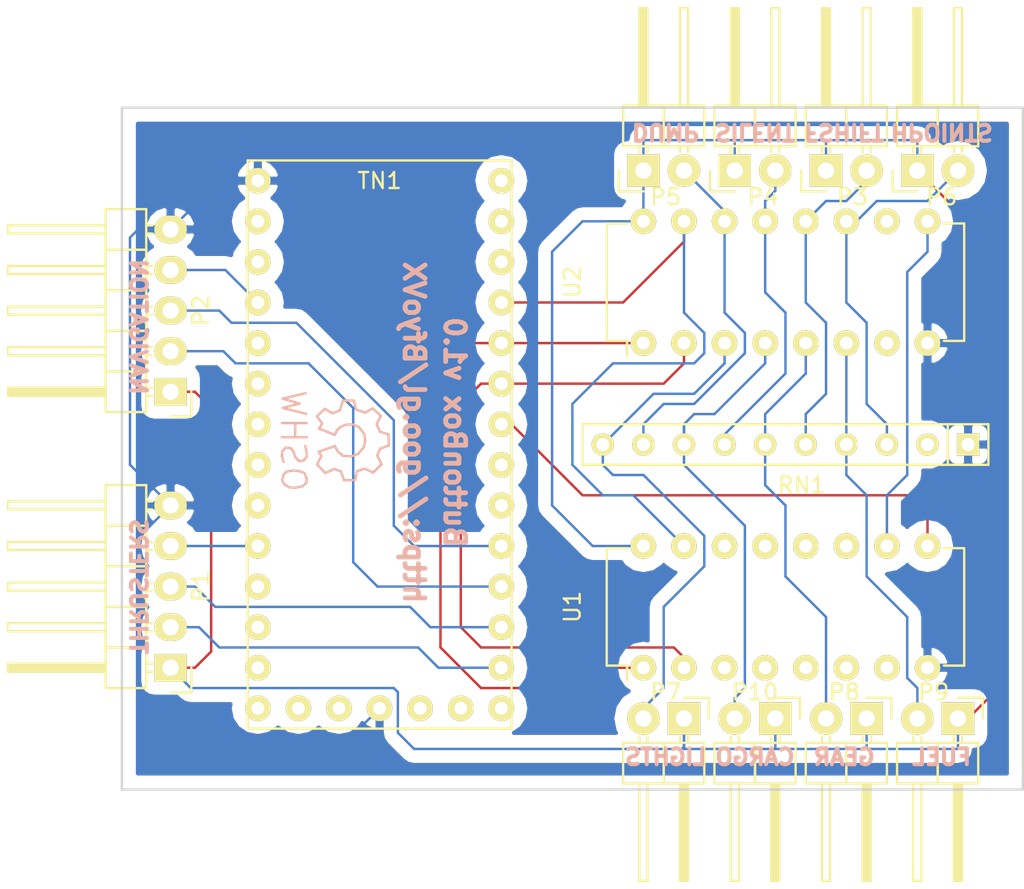
<source format=kicad_pcb>
(kicad_pcb (version 4) (host pcbnew 4.0.1-stable)

  (general
    (links 47)
    (no_connects 0)
    (area 61.816599 67.670504 126.059001 125.762401)
    (thickness 1.6002)
    (drawings 16)
    (tracks 202)
    (zones 0)
    (modules 15)
    (nets 22)
  )

  (page A4)
  (layers
    (0 Top signal)
    (31 Bottom signal)
    (36 B.SilkS user)
    (37 F.SilkS user)
    (38 B.Mask user)
    (39 F.Mask user)
    (44 Edge.Cuts user)
  )

  (setup
    (last_trace_width 0.1524)
    (trace_clearance 0.1524)
    (zone_clearance 0.8)
    (zone_45_only no)
    (trace_min 0.1524)
    (segment_width 0.2)
    (edge_width 0.15)
    (via_size 0.6858)
    (via_drill 0.3302)
    (via_min_size 0.6858)
    (via_min_drill 0.3302)
    (uvia_size 0.762)
    (uvia_drill 0.508)
    (uvias_allowed no)
    (uvia_min_size 0)
    (uvia_min_drill 0)
    (pcb_text_width 0.3)
    (pcb_text_size 1.5 1.5)
    (mod_edge_width 0.15)
    (mod_text_size 1 1)
    (mod_text_width 0.15)
    (pad_size 1.524 1.524)
    (pad_drill 0.762)
    (pad_to_mask_clearance 0.2)
    (aux_axis_origin 0 0)
    (visible_elements 7FFFFFFF)
    (pcbplotparams
      (layerselection 0x010f0_80000001)
      (usegerberextensions true)
      (excludeedgelayer true)
      (linewidth 0.100000)
      (plotframeref false)
      (viasonmask false)
      (mode 1)
      (useauxorigin false)
      (hpglpennumber 1)
      (hpglpenspeed 20)
      (hpglpendiameter 15)
      (hpglpenoverlay 2)
      (psnegative false)
      (psa4output false)
      (plotreference true)
      (plotvalue true)
      (plotinvisibletext false)
      (padsonsilk false)
      (subtractmaskfromsilk false)
      (outputformat 1)
      (mirror false)
      (drillshape 0)
      (scaleselection 1)
      (outputdirectory Gerbers/))
  )

  (net 0 "")
  (net 1 VCC)
  (net 2 /THRUST_X)
  (net 3 /THRUST_Y)
  (net 4 /SW_THRUSTCLICK)
  (net 5 GND)
  (net 6 /NAV_X)
  (net 7 /NAV_Y)
  (net 8 /SW_NAVCLICK)
  (net 9 /SW_SHIFT)
  (net 10 /SW_LIGHTS)
  (net 11 /SW_SILENT)
  (net 12 /SW_LANDING)
  (net 13 /SW_DUMP)
  (net 14 /SW_FUEL)
  (net 15 /SW_DEPLOY)
  (net 16 /SW_CARGO)
  (net 17 /data)
  (net 18 /load)
  (net 19 /clock)
  (net 20 /clockEn)
  (net 21 "Net-(U1-Pad10)")

  (net_class Default "This is the default net class."
    (clearance 0.1524)
    (trace_width 0.1524)
    (via_dia 0.6858)
    (via_drill 0.3302)
    (uvia_dia 0.762)
    (uvia_drill 0.508)
    (add_net /NAV_X)
    (add_net /NAV_Y)
    (add_net /SW_CARGO)
    (add_net /SW_DEPLOY)
    (add_net /SW_DUMP)
    (add_net /SW_FUEL)
    (add_net /SW_LANDING)
    (add_net /SW_LIGHTS)
    (add_net /SW_NAVCLICK)
    (add_net /SW_SHIFT)
    (add_net /SW_SILENT)
    (add_net /SW_THRUSTCLICK)
    (add_net /THRUST_X)
    (add_net /THRUST_Y)
    (add_net /clock)
    (add_net /clockEn)
    (add_net /data)
    (add_net /load)
    (add_net GND)
    (add_net "Net-(U1-Pad10)")
    (add_net VCC)
  )

  (module Cylindric:Teensy (layer Top) (tedit 567F1AFC) (tstamp 567EFF2E)
    (at 78.105 81.28)
    (descr Teensy)
    (tags teensy)
    (path /567CD1BF)
    (fp_text reference TN1 (at 7.62 0) (layer F.SilkS)
      (effects (font (size 1 1) (thickness 0.15)))
    )
    (fp_text value Teensy3.2 (at 7.62 1.905) (layer F.Fab)
      (effects (font (size 1 1) (thickness 0.15)))
    )
    (fp_line (start -0.635 34.29) (end 15.875 34.29) (layer F.SilkS) (width 0.15))
    (fp_line (start 15.875 34.29) (end 15.875 -1.27) (layer F.SilkS) (width 0.15))
    (fp_line (start 15.875 -1.27) (end -0.635 -1.27) (layer F.SilkS) (width 0.15))
    (fp_line (start -0.635 -1.27) (end -0.635 34.29) (layer F.SilkS) (width 0.15))
    (fp_line (start -1.05 -2.45) (end -1.05 35.5) (layer F.CrtYd) (width 0.05))
    (fp_line (start 16.3 -2.45) (end 16.3 35.5) (layer F.CrtYd) (width 0.05))
    (fp_line (start -1.05 -2.45) (end 16.3 -2.45) (layer F.CrtYd) (width 0.05))
    (fp_line (start -1.05 35.5) (end 16.3 35.5) (layer F.CrtYd) (width 0.05))
    (pad E thru_hole oval (at 12.7 33.02) (size 1.6 1.6) (drill 0.8) (layers *.Cu *.Mask F.SilkS))
    (pad C thru_hole oval (at 7.62 33.02) (size 1.6 1.6) (drill 0.8) (layers *.Cu *.Mask F.SilkS)
      (net 5 GND))
    (pad D thru_hole oval (at 10.16 33.02) (size 1.6 1.6) (drill 0.8) (layers *.Cu *.Mask F.SilkS))
    (pad B thru_hole oval (at 5.08 33.02) (size 1.6 1.6) (drill 0.8) (layers *.Cu *.Mask F.SilkS))
    (pad 14 thru_hole oval (at 0 33.02) (size 1.6 1.6) (drill 0.8) (layers *.Cu *.Mask F.SilkS))
    (pad 1 thru_hole oval (at 0 0) (size 1.6 1.6) (drill 0.8) (layers *.Cu *.Mask F.SilkS)
      (net 5 GND))
    (pad 2 thru_hole oval (at 0 2.54) (size 1.6 1.6) (drill 0.8) (layers *.Cu *.Mask F.SilkS))
    (pad 3 thru_hole oval (at 0 5.08) (size 1.6 1.6) (drill 0.8) (layers *.Cu *.Mask F.SilkS))
    (pad 4 thru_hole oval (at 0 7.62) (size 1.6 1.6) (drill 0.8) (layers *.Cu *.Mask F.SilkS)
      (net 8 /SW_NAVCLICK))
    (pad 5 thru_hole oval (at 0 10.16) (size 1.6 1.6) (drill 0.8) (layers *.Cu *.Mask F.SilkS))
    (pad 6 thru_hole oval (at 0 12.7) (size 1.6 1.6) (drill 0.8) (layers *.Cu *.Mask F.SilkS))
    (pad 7 thru_hole oval (at 0 15.24) (size 1.6 1.6) (drill 0.8) (layers *.Cu *.Mask F.SilkS))
    (pad 8 thru_hole oval (at 0 17.78) (size 1.6 1.6) (drill 0.8) (layers *.Cu *.Mask F.SilkS))
    (pad 9 thru_hole oval (at 0 20.32) (size 1.6 1.6) (drill 0.8) (layers *.Cu *.Mask F.SilkS))
    (pad 10 thru_hole oval (at 0 22.86) (size 1.6 1.6) (drill 0.8) (layers *.Cu *.Mask F.SilkS)
      (net 4 /SW_THRUSTCLICK))
    (pad 11 thru_hole oval (at 0 25.4) (size 1.6 1.6) (drill 0.8) (layers *.Cu *.Mask F.SilkS))
    (pad 12 thru_hole oval (at 0 27.94) (size 1.6 1.6) (drill 0.8) (layers *.Cu *.Mask F.SilkS))
    (pad 13 thru_hole oval (at 0 30.48) (size 1.6 1.6) (drill 0.8) (layers *.Cu *.Mask F.SilkS))
    (pad A thru_hole oval (at 2.54 33.02) (size 1.6 1.6) (drill 0.8) (layers *.Cu *.Mask F.SilkS))
    (pad 15 thru_hole oval (at 15.24 33.02) (size 1.6 1.6) (drill 0.8) (layers *.Cu *.Mask F.SilkS))
    (pad 16 thru_hole oval (at 15.24 30.48) (size 1.6 1.6) (drill 0.8) (layers *.Cu *.Mask F.SilkS)
      (net 2 /THRUST_X))
    (pad 17 thru_hole oval (at 15.24 27.94) (size 1.6 1.6) (drill 0.8) (layers *.Cu *.Mask F.SilkS)
      (net 3 /THRUST_Y))
    (pad 18 thru_hole oval (at 15.24 25.4) (size 1.6 1.6) (drill 0.8) (layers *.Cu *.Mask F.SilkS)
      (net 6 /NAV_X))
    (pad 19 thru_hole oval (at 15.24 22.86) (size 1.6 1.6) (drill 0.8) (layers *.Cu *.Mask F.SilkS)
      (net 7 /NAV_Y))
    (pad 20 thru_hole oval (at 15.24 20.32) (size 1.6 1.6) (drill 0.8) (layers *.Cu *.Mask F.SilkS))
    (pad 21 thru_hole oval (at 15.24 17.78) (size 1.6 1.6) (drill 0.8) (layers *.Cu *.Mask F.SilkS))
    (pad 22 thru_hole oval (at 15.24 15.24) (size 1.6 1.6) (drill 0.8) (layers *.Cu *.Mask F.SilkS)
      (net 17 /data))
    (pad 23 thru_hole oval (at 15.24 12.7) (size 1.6 1.6) (drill 0.8) (layers *.Cu *.Mask F.SilkS)
      (net 19 /clock))
    (pad 24 thru_hole oval (at 15.24 10.16) (size 1.6 1.6) (drill 0.8) (layers *.Cu *.Mask F.SilkS)
      (net 18 /load))
    (pad 25 thru_hole oval (at 15.24 7.62) (size 1.6 1.6) (drill 0.8) (layers *.Cu *.Mask F.SilkS)
      (net 20 /clockEn))
    (pad 26 thru_hole oval (at 15.24 5.08) (size 1.6 1.6) (drill 0.8) (layers *.Cu *.Mask F.SilkS))
    (pad 27 thru_hole oval (at 15.24 2.54) (size 1.6 1.6) (drill 0.8) (layers *.Cu *.Mask F.SilkS))
    (pad 28 thru_hole oval (at 15.24 0) (size 1.6 1.6) (drill 0.8) (layers *.Cu *.Mask F.SilkS))
    (model Housings_DIP.3dshapes/DIP-28_W15.24mm.wrl
      (at (xyz 0 0 0))
      (scale (xyz 1 1 1))
      (rotate (xyz 0 0 0))
    )
  )

  (module Resistors_ThroughHole:Resistor_Array_SIP9 (layer Top) (tedit 567F1BBE) (tstamp 567F0A09)
    (at 111.125 97.79 180)
    (descr "Connecteur 10 pins")
    (tags "CONN DEV")
    (path /567C6DF8)
    (fp_text reference RN1 (at -1.016 -2.54 180) (layer F.SilkS)
      (effects (font (size 1 1) (thickness 0.15)))
    )
    (fp_text value 220 (at 13.335 0 270) (layer F.Fab)
      (effects (font (size 1 1) (thickness 0.15)))
    )
    (fp_line (start -12.7 1.27) (end -12.7 -1.27) (layer F.SilkS) (width 0.15))
    (fp_line (start -12.7 -1.27) (end 12.7 -1.27) (layer F.SilkS) (width 0.15))
    (fp_line (start 12.7 -1.27) (end 12.7 1.27) (layer F.SilkS) (width 0.15))
    (fp_line (start 12.7 1.27) (end -12.7 1.27) (layer F.SilkS) (width 0.15))
    (fp_line (start -10.16 1.27) (end -10.16 -1.27) (layer F.SilkS) (width 0.15))
    (pad 1 thru_hole rect (at -11.43 0 180) (size 1.397 1.397) (drill 0.8128) (layers *.Cu *.Mask F.SilkS)
      (net 5 GND))
    (pad 2 thru_hole circle (at -8.89 0 180) (size 1.397 1.397) (drill 0.8128) (layers *.Cu *.Mask F.SilkS))
    (pad 3 thru_hole circle (at -6.35 0 180) (size 1.397 1.397) (drill 0.8128) (layers *.Cu *.Mask F.SilkS)
      (net 15 /SW_DEPLOY))
    (pad 4 thru_hole circle (at -3.81 0 180) (size 1.397 1.397) (drill 0.8128) (layers *.Cu *.Mask F.SilkS)
      (net 14 /SW_FUEL))
    (pad 5 thru_hole circle (at -1.27 0 180) (size 1.397 1.397) (drill 0.8128) (layers *.Cu *.Mask F.SilkS)
      (net 9 /SW_SHIFT))
    (pad 6 thru_hole circle (at 1.27 0 180) (size 1.397 1.397) (drill 0.8128) (layers *.Cu *.Mask F.SilkS)
      (net 12 /SW_LANDING))
    (pad 7 thru_hole circle (at 3.81 0 180) (size 1.397 1.397) (drill 0.8128) (layers *.Cu *.Mask F.SilkS)
      (net 11 /SW_SILENT))
    (pad 8 thru_hole circle (at 6.35 0 180) (size 1.397 1.397) (drill 0.8128) (layers *.Cu *.Mask F.SilkS)
      (net 16 /SW_CARGO))
    (pad 9 thru_hole circle (at 8.89 0 180) (size 1.397 1.397) (drill 0.8128) (layers *.Cu *.Mask F.SilkS)
      (net 13 /SW_DUMP))
    (pad 10 thru_hole circle (at 11.43 0 180) (size 1.397 1.397) (drill 0.8128) (layers *.Cu *.Mask F.SilkS)
      (net 10 /SW_LIGHTS))
    (model Resistors_ThroughHole.3dshapes/Resistor_Array_SIP9.wrl
      (at (xyz 0 0 0))
      (scale (xyz 1 1 1))
      (rotate (xyz 0 0 0))
    )
  )

  (module Housings_DIP:DIP-16_W7.62mm (layer Top) (tedit 567F16BE) (tstamp 567EFF56)
    (at 102.235 91.44 90)
    (descr "16-lead dip package, row spacing 7.62 mm (300 mils)")
    (tags "dil dip 2.54 300")
    (path /567B3AF2)
    (fp_text reference U2 (at 3.81 -4.445 90) (layer F.SilkS)
      (effects (font (size 1 1) (thickness 0.15)))
    )
    (fp_text value 74HC165 (at 3.81 -3.175 90) (layer F.Fab)
      (effects (font (size 1 1) (thickness 0.15)))
    )
    (fp_line (start -1.05 -2.45) (end -1.05 20.25) (layer F.CrtYd) (width 0.05))
    (fp_line (start 8.65 -2.45) (end 8.65 20.25) (layer F.CrtYd) (width 0.05))
    (fp_line (start -1.05 -2.45) (end 8.65 -2.45) (layer F.CrtYd) (width 0.05))
    (fp_line (start -1.05 20.25) (end 8.65 20.25) (layer F.CrtYd) (width 0.05))
    (fp_line (start 0.135 -2.295) (end 0.135 -1.025) (layer F.SilkS) (width 0.15))
    (fp_line (start 7.485 -2.295) (end 7.485 -1.025) (layer F.SilkS) (width 0.15))
    (fp_line (start 7.485 20.075) (end 7.485 18.805) (layer F.SilkS) (width 0.15))
    (fp_line (start 0.135 20.075) (end 0.135 18.805) (layer F.SilkS) (width 0.15))
    (fp_line (start 0.135 -2.295) (end 7.485 -2.295) (layer F.SilkS) (width 0.15))
    (fp_line (start 0.135 20.075) (end 7.485 20.075) (layer F.SilkS) (width 0.15))
    (fp_line (start 0.135 -1.025) (end -0.8 -1.025) (layer F.SilkS) (width 0.15))
    (pad 1 thru_hole oval (at 0 0 90) (size 1.6 1.6) (drill 0.8) (layers *.Cu *.Mask F.SilkS)
      (net 18 /load))
    (pad 2 thru_hole oval (at 0 2.54 90) (size 1.6 1.6) (drill 0.8) (layers *.Cu *.Mask F.SilkS)
      (net 19 /clock))
    (pad 3 thru_hole oval (at 0 5.08 90) (size 1.6 1.6) (drill 0.8) (layers *.Cu *.Mask F.SilkS)
      (net 10 /SW_LIGHTS))
    (pad 4 thru_hole oval (at 0 7.62 90) (size 1.6 1.6) (drill 0.8) (layers *.Cu *.Mask F.SilkS)
      (net 16 /SW_CARGO))
    (pad 5 thru_hole oval (at 0 10.16 90) (size 1.6 1.6) (drill 0.8) (layers *.Cu *.Mask F.SilkS)
      (net 12 /SW_LANDING))
    (pad 6 thru_hole oval (at 0 12.7 90) (size 1.6 1.6) (drill 0.8) (layers *.Cu *.Mask F.SilkS)
      (net 14 /SW_FUEL))
    (pad 7 thru_hole oval (at 0 15.24 90) (size 1.6 1.6) (drill 0.8) (layers *.Cu *.Mask F.SilkS))
    (pad 8 thru_hole oval (at 0 17.78 90) (size 1.6 1.6) (drill 0.8) (layers *.Cu *.Mask F.SilkS)
      (net 5 GND))
    (pad 9 thru_hole oval (at 7.62 17.78 90) (size 1.6 1.6) (drill 0.8) (layers *.Cu *.Mask F.SilkS)
      (net 21 "Net-(U1-Pad10)"))
    (pad 10 thru_hole oval (at 7.62 15.24 90) (size 1.6 1.6) (drill 0.8) (layers *.Cu *.Mask F.SilkS))
    (pad 11 thru_hole oval (at 7.62 12.7 90) (size 1.6 1.6) (drill 0.8) (layers *.Cu *.Mask F.SilkS)
      (net 15 /SW_DEPLOY))
    (pad 12 thru_hole oval (at 7.62 10.16 90) (size 1.6 1.6) (drill 0.8) (layers *.Cu *.Mask F.SilkS)
      (net 9 /SW_SHIFT))
    (pad 13 thru_hole oval (at 7.62 7.62 90) (size 1.6 1.6) (drill 0.8) (layers *.Cu *.Mask F.SilkS)
      (net 11 /SW_SILENT))
    (pad 14 thru_hole oval (at 7.62 5.08 90) (size 1.6 1.6) (drill 0.8) (layers *.Cu *.Mask F.SilkS)
      (net 13 /SW_DUMP))
    (pad 15 thru_hole oval (at 7.62 2.54 90) (size 1.6 1.6) (drill 0.8) (layers *.Cu *.Mask F.SilkS)
      (net 20 /clockEn))
    (pad 16 thru_hole oval (at 7.62 0 90) (size 1.6 1.6) (drill 0.8) (layers *.Cu *.Mask F.SilkS)
      (net 1 VCC))
    (model Housings_DIP.3dshapes/DIP-16_W7.62mm.wrl
      (at (xyz 0 0 0))
      (scale (xyz 1 1 1))
      (rotate (xyz 0 0 0))
    )
  )

  (module Housings_DIP:DIP-16_W7.62mm (layer Top) (tedit 567F16C1) (tstamp 567EFF42)
    (at 102.235 111.76 90)
    (descr "16-lead dip package, row spacing 7.62 mm (300 mils)")
    (tags "dil dip 2.54 300")
    (path /567B3168)
    (fp_text reference U1 (at 3.81 -4.445 90) (layer F.SilkS)
      (effects (font (size 1 1) (thickness 0.15)))
    )
    (fp_text value 74HC165 (at 3.81 -3.175 90) (layer F.Fab)
      (effects (font (size 1 1) (thickness 0.15)))
    )
    (fp_line (start -1.05 -2.45) (end -1.05 20.25) (layer F.CrtYd) (width 0.05))
    (fp_line (start 8.65 -2.45) (end 8.65 20.25) (layer F.CrtYd) (width 0.05))
    (fp_line (start -1.05 -2.45) (end 8.65 -2.45) (layer F.CrtYd) (width 0.05))
    (fp_line (start -1.05 20.25) (end 8.65 20.25) (layer F.CrtYd) (width 0.05))
    (fp_line (start 0.135 -2.295) (end 0.135 -1.025) (layer F.SilkS) (width 0.15))
    (fp_line (start 7.485 -2.295) (end 7.485 -1.025) (layer F.SilkS) (width 0.15))
    (fp_line (start 7.485 20.075) (end 7.485 18.805) (layer F.SilkS) (width 0.15))
    (fp_line (start 0.135 20.075) (end 0.135 18.805) (layer F.SilkS) (width 0.15))
    (fp_line (start 0.135 -2.295) (end 7.485 -2.295) (layer F.SilkS) (width 0.15))
    (fp_line (start 0.135 20.075) (end 7.485 20.075) (layer F.SilkS) (width 0.15))
    (fp_line (start 0.135 -1.025) (end -0.8 -1.025) (layer F.SilkS) (width 0.15))
    (pad 1 thru_hole oval (at 0 0 90) (size 1.6 1.6) (drill 0.8) (layers *.Cu *.Mask F.SilkS)
      (net 18 /load))
    (pad 2 thru_hole oval (at 0 2.54 90) (size 1.6 1.6) (drill 0.8) (layers *.Cu *.Mask F.SilkS)
      (net 19 /clock))
    (pad 3 thru_hole oval (at 0 5.08 90) (size 1.6 1.6) (drill 0.8) (layers *.Cu *.Mask F.SilkS))
    (pad 4 thru_hole oval (at 0 7.62 90) (size 1.6 1.6) (drill 0.8) (layers *.Cu *.Mask F.SilkS))
    (pad 5 thru_hole oval (at 0 10.16 90) (size 1.6 1.6) (drill 0.8) (layers *.Cu *.Mask F.SilkS))
    (pad 6 thru_hole oval (at 0 12.7 90) (size 1.6 1.6) (drill 0.8) (layers *.Cu *.Mask F.SilkS))
    (pad 7 thru_hole oval (at 0 15.24 90) (size 1.6 1.6) (drill 0.8) (layers *.Cu *.Mask F.SilkS))
    (pad 8 thru_hole oval (at 0 17.78 90) (size 1.6 1.6) (drill 0.8) (layers *.Cu *.Mask F.SilkS)
      (net 5 GND))
    (pad 9 thru_hole oval (at 7.62 17.78 90) (size 1.6 1.6) (drill 0.8) (layers *.Cu *.Mask F.SilkS)
      (net 17 /data))
    (pad 10 thru_hole oval (at 7.62 15.24 90) (size 1.6 1.6) (drill 0.8) (layers *.Cu *.Mask F.SilkS)
      (net 21 "Net-(U1-Pad10)"))
    (pad 11 thru_hole oval (at 7.62 12.7 90) (size 1.6 1.6) (drill 0.8) (layers *.Cu *.Mask F.SilkS))
    (pad 12 thru_hole oval (at 7.62 10.16 90) (size 1.6 1.6) (drill 0.8) (layers *.Cu *.Mask F.SilkS))
    (pad 13 thru_hole oval (at 7.62 7.62 90) (size 1.6 1.6) (drill 0.8) (layers *.Cu *.Mask F.SilkS))
    (pad 14 thru_hole oval (at 7.62 5.08 90) (size 1.6 1.6) (drill 0.8) (layers *.Cu *.Mask F.SilkS))
    (pad 15 thru_hole oval (at 7.62 2.54 90) (size 1.6 1.6) (drill 0.8) (layers *.Cu *.Mask F.SilkS)
      (net 20 /clockEn))
    (pad 16 thru_hole oval (at 7.62 0 90) (size 1.6 1.6) (drill 0.8) (layers *.Cu *.Mask F.SilkS)
      (net 1 VCC))
    (model Housings_DIP.3dshapes/DIP-16_W7.62mm.wrl
      (at (xyz 0 0 0))
      (scale (xyz 1 1 1))
      (rotate (xyz 0 0 0))
    )
  )

  (module Pin_Headers:Pin_Header_Angled_1x02 (layer Top) (tedit 567F2C67) (tstamp 567EFECF)
    (at 102.235 80.645 90)
    (descr "Through hole pin header")
    (tags "pin header")
    (path /567B544F)
    (fp_text reference P5 (at -1.651 1.397 180) (layer F.SilkS)
      (effects (font (size 1 1) (thickness 0.15)))
    )
    (fp_text value SW_DUMP (at 8.001 1.397 90) (layer F.Fab)
      (effects (font (size 1 1) (thickness 0.15)))
    )
    (fp_line (start -1.5 -1.75) (end -1.5 4.3) (layer F.CrtYd) (width 0.05))
    (fp_line (start 10.65 -1.75) (end 10.65 4.3) (layer F.CrtYd) (width 0.05))
    (fp_line (start -1.5 -1.75) (end 10.65 -1.75) (layer F.CrtYd) (width 0.05))
    (fp_line (start -1.5 4.3) (end 10.65 4.3) (layer F.CrtYd) (width 0.05))
    (fp_line (start -1.3 -1.55) (end -1.3 0) (layer F.SilkS) (width 0.15))
    (fp_line (start 0 -1.55) (end -1.3 -1.55) (layer F.SilkS) (width 0.15))
    (fp_line (start 4.191 -0.127) (end 10.033 -0.127) (layer F.SilkS) (width 0.15))
    (fp_line (start 10.033 -0.127) (end 10.033 0.127) (layer F.SilkS) (width 0.15))
    (fp_line (start 10.033 0.127) (end 4.191 0.127) (layer F.SilkS) (width 0.15))
    (fp_line (start 4.191 0.127) (end 4.191 0) (layer F.SilkS) (width 0.15))
    (fp_line (start 4.191 0) (end 10.033 0) (layer F.SilkS) (width 0.15))
    (fp_line (start 1.524 -0.254) (end 1.143 -0.254) (layer F.SilkS) (width 0.15))
    (fp_line (start 1.524 0.254) (end 1.143 0.254) (layer F.SilkS) (width 0.15))
    (fp_line (start 1.524 2.286) (end 1.143 2.286) (layer F.SilkS) (width 0.15))
    (fp_line (start 1.524 2.794) (end 1.143 2.794) (layer F.SilkS) (width 0.15))
    (fp_line (start 1.524 -1.27) (end 4.064 -1.27) (layer F.SilkS) (width 0.15))
    (fp_line (start 1.524 1.27) (end 4.064 1.27) (layer F.SilkS) (width 0.15))
    (fp_line (start 1.524 1.27) (end 1.524 3.81) (layer F.SilkS) (width 0.15))
    (fp_line (start 1.524 3.81) (end 4.064 3.81) (layer F.SilkS) (width 0.15))
    (fp_line (start 4.064 2.286) (end 10.16 2.286) (layer F.SilkS) (width 0.15))
    (fp_line (start 10.16 2.286) (end 10.16 2.794) (layer F.SilkS) (width 0.15))
    (fp_line (start 10.16 2.794) (end 4.064 2.794) (layer F.SilkS) (width 0.15))
    (fp_line (start 4.064 3.81) (end 4.064 1.27) (layer F.SilkS) (width 0.15))
    (fp_line (start 4.064 1.27) (end 4.064 -1.27) (layer F.SilkS) (width 0.15))
    (fp_line (start 10.16 0.254) (end 4.064 0.254) (layer F.SilkS) (width 0.15))
    (fp_line (start 10.16 -0.254) (end 10.16 0.254) (layer F.SilkS) (width 0.15))
    (fp_line (start 4.064 -0.254) (end 10.16 -0.254) (layer F.SilkS) (width 0.15))
    (fp_line (start 1.524 1.27) (end 4.064 1.27) (layer F.SilkS) (width 0.15))
    (fp_line (start 1.524 -1.27) (end 1.524 1.27) (layer F.SilkS) (width 0.15))
    (pad 1 thru_hole rect (at 0 0 90) (size 2.032 2.032) (drill 1.016) (layers *.Cu *.Mask F.SilkS)
      (net 1 VCC))
    (pad 2 thru_hole oval (at 0 2.54 90) (size 2.032 2.032) (drill 1.016) (layers *.Cu *.Mask F.SilkS)
      (net 13 /SW_DUMP))
    (model Pin_Headers.3dshapes/Pin_Header_Angled_1x02.wrl
      (at (xyz 0 -0.05 0))
      (scale (xyz 1 1 1))
      (rotate (xyz 0 0 90))
    )
  )

  (module Pin_Headers:Pin_Header_Angled_1x02 (layer Top) (tedit 567F2C5E) (tstamp 567EFED5)
    (at 119.38 80.645 90)
    (descr "Through hole pin header")
    (tags "pin header")
    (path /567B549C)
    (fp_text reference P6 (at -1.651 1.524 180) (layer F.SilkS)
      (effects (font (size 1 1) (thickness 0.15)))
    )
    (fp_text value SW_DEPLOY (at 8.509 1.524 90) (layer F.Fab)
      (effects (font (size 1 1) (thickness 0.15)))
    )
    (fp_line (start -1.5 -1.75) (end -1.5 4.3) (layer F.CrtYd) (width 0.05))
    (fp_line (start 10.65 -1.75) (end 10.65 4.3) (layer F.CrtYd) (width 0.05))
    (fp_line (start -1.5 -1.75) (end 10.65 -1.75) (layer F.CrtYd) (width 0.05))
    (fp_line (start -1.5 4.3) (end 10.65 4.3) (layer F.CrtYd) (width 0.05))
    (fp_line (start -1.3 -1.55) (end -1.3 0) (layer F.SilkS) (width 0.15))
    (fp_line (start 0 -1.55) (end -1.3 -1.55) (layer F.SilkS) (width 0.15))
    (fp_line (start 4.191 -0.127) (end 10.033 -0.127) (layer F.SilkS) (width 0.15))
    (fp_line (start 10.033 -0.127) (end 10.033 0.127) (layer F.SilkS) (width 0.15))
    (fp_line (start 10.033 0.127) (end 4.191 0.127) (layer F.SilkS) (width 0.15))
    (fp_line (start 4.191 0.127) (end 4.191 0) (layer F.SilkS) (width 0.15))
    (fp_line (start 4.191 0) (end 10.033 0) (layer F.SilkS) (width 0.15))
    (fp_line (start 1.524 -0.254) (end 1.143 -0.254) (layer F.SilkS) (width 0.15))
    (fp_line (start 1.524 0.254) (end 1.143 0.254) (layer F.SilkS) (width 0.15))
    (fp_line (start 1.524 2.286) (end 1.143 2.286) (layer F.SilkS) (width 0.15))
    (fp_line (start 1.524 2.794) (end 1.143 2.794) (layer F.SilkS) (width 0.15))
    (fp_line (start 1.524 -1.27) (end 4.064 -1.27) (layer F.SilkS) (width 0.15))
    (fp_line (start 1.524 1.27) (end 4.064 1.27) (layer F.SilkS) (width 0.15))
    (fp_line (start 1.524 1.27) (end 1.524 3.81) (layer F.SilkS) (width 0.15))
    (fp_line (start 1.524 3.81) (end 4.064 3.81) (layer F.SilkS) (width 0.15))
    (fp_line (start 4.064 2.286) (end 10.16 2.286) (layer F.SilkS) (width 0.15))
    (fp_line (start 10.16 2.286) (end 10.16 2.794) (layer F.SilkS) (width 0.15))
    (fp_line (start 10.16 2.794) (end 4.064 2.794) (layer F.SilkS) (width 0.15))
    (fp_line (start 4.064 3.81) (end 4.064 1.27) (layer F.SilkS) (width 0.15))
    (fp_line (start 4.064 1.27) (end 4.064 -1.27) (layer F.SilkS) (width 0.15))
    (fp_line (start 10.16 0.254) (end 4.064 0.254) (layer F.SilkS) (width 0.15))
    (fp_line (start 10.16 -0.254) (end 10.16 0.254) (layer F.SilkS) (width 0.15))
    (fp_line (start 4.064 -0.254) (end 10.16 -0.254) (layer F.SilkS) (width 0.15))
    (fp_line (start 1.524 1.27) (end 4.064 1.27) (layer F.SilkS) (width 0.15))
    (fp_line (start 1.524 -1.27) (end 1.524 1.27) (layer F.SilkS) (width 0.15))
    (pad 1 thru_hole rect (at 0 0 90) (size 2.032 2.032) (drill 1.016) (layers *.Cu *.Mask F.SilkS)
      (net 1 VCC))
    (pad 2 thru_hole oval (at 0 2.54 90) (size 2.032 2.032) (drill 1.016) (layers *.Cu *.Mask F.SilkS)
      (net 15 /SW_DEPLOY))
    (model Pin_Headers.3dshapes/Pin_Header_Angled_1x02.wrl
      (at (xyz 0 -0.05 0))
      (scale (xyz 1 1 1))
      (rotate (xyz 0 0 90))
    )
  )

  (module Pin_Headers:Pin_Header_Angled_1x02 (layer Top) (tedit 567F2A5C) (tstamp 567EFEDB)
    (at 104.775 114.935 270)
    (descr "Through hole pin header")
    (tags "pin header")
    (path /567CED3B)
    (fp_text reference P7 (at -1.651 1.143 360) (layer F.SilkS)
      (effects (font (size 1 1) (thickness 0.15)))
    )
    (fp_text value SW_LIGHTS (at 2.413 5.715 360) (layer F.Fab)
      (effects (font (size 1 1) (thickness 0.15)))
    )
    (fp_line (start -1.5 -1.75) (end -1.5 4.3) (layer F.CrtYd) (width 0.05))
    (fp_line (start 10.65 -1.75) (end 10.65 4.3) (layer F.CrtYd) (width 0.05))
    (fp_line (start -1.5 -1.75) (end 10.65 -1.75) (layer F.CrtYd) (width 0.05))
    (fp_line (start -1.5 4.3) (end 10.65 4.3) (layer F.CrtYd) (width 0.05))
    (fp_line (start -1.3 -1.55) (end -1.3 0) (layer F.SilkS) (width 0.15))
    (fp_line (start 0 -1.55) (end -1.3 -1.55) (layer F.SilkS) (width 0.15))
    (fp_line (start 4.191 -0.127) (end 10.033 -0.127) (layer F.SilkS) (width 0.15))
    (fp_line (start 10.033 -0.127) (end 10.033 0.127) (layer F.SilkS) (width 0.15))
    (fp_line (start 10.033 0.127) (end 4.191 0.127) (layer F.SilkS) (width 0.15))
    (fp_line (start 4.191 0.127) (end 4.191 0) (layer F.SilkS) (width 0.15))
    (fp_line (start 4.191 0) (end 10.033 0) (layer F.SilkS) (width 0.15))
    (fp_line (start 1.524 -0.254) (end 1.143 -0.254) (layer F.SilkS) (width 0.15))
    (fp_line (start 1.524 0.254) (end 1.143 0.254) (layer F.SilkS) (width 0.15))
    (fp_line (start 1.524 2.286) (end 1.143 2.286) (layer F.SilkS) (width 0.15))
    (fp_line (start 1.524 2.794) (end 1.143 2.794) (layer F.SilkS) (width 0.15))
    (fp_line (start 1.524 -1.27) (end 4.064 -1.27) (layer F.SilkS) (width 0.15))
    (fp_line (start 1.524 1.27) (end 4.064 1.27) (layer F.SilkS) (width 0.15))
    (fp_line (start 1.524 1.27) (end 1.524 3.81) (layer F.SilkS) (width 0.15))
    (fp_line (start 1.524 3.81) (end 4.064 3.81) (layer F.SilkS) (width 0.15))
    (fp_line (start 4.064 2.286) (end 10.16 2.286) (layer F.SilkS) (width 0.15))
    (fp_line (start 10.16 2.286) (end 10.16 2.794) (layer F.SilkS) (width 0.15))
    (fp_line (start 10.16 2.794) (end 4.064 2.794) (layer F.SilkS) (width 0.15))
    (fp_line (start 4.064 3.81) (end 4.064 1.27) (layer F.SilkS) (width 0.15))
    (fp_line (start 4.064 1.27) (end 4.064 -1.27) (layer F.SilkS) (width 0.15))
    (fp_line (start 10.16 0.254) (end 4.064 0.254) (layer F.SilkS) (width 0.15))
    (fp_line (start 10.16 -0.254) (end 10.16 0.254) (layer F.SilkS) (width 0.15))
    (fp_line (start 4.064 -0.254) (end 10.16 -0.254) (layer F.SilkS) (width 0.15))
    (fp_line (start 1.524 1.27) (end 4.064 1.27) (layer F.SilkS) (width 0.15))
    (fp_line (start 1.524 -1.27) (end 1.524 1.27) (layer F.SilkS) (width 0.15))
    (pad 1 thru_hole rect (at 0 0 270) (size 2.032 2.032) (drill 1.016) (layers *.Cu *.Mask F.SilkS)
      (net 1 VCC))
    (pad 2 thru_hole oval (at 0 2.54 270) (size 2.032 2.032) (drill 1.016) (layers *.Cu *.Mask F.SilkS)
      (net 10 /SW_LIGHTS))
    (model Pin_Headers.3dshapes/Pin_Header_Angled_1x02.wrl
      (at (xyz 0 -0.05 0))
      (scale (xyz 1 1 1))
      (rotate (xyz 0 0 90))
    )
  )

  (module Pin_Headers:Pin_Header_Angled_1x02 (layer Top) (tedit 567F2A55) (tstamp 567EFEE1)
    (at 116.205 114.935 270)
    (descr "Through hole pin header")
    (tags "pin header")
    (path /567CED47)
    (fp_text reference P8 (at -1.651 1.397 360) (layer F.SilkS)
      (effects (font (size 1 1) (thickness 0.15)))
    )
    (fp_text value SW_LANDING (at 2.413 0.889 360) (layer F.Fab)
      (effects (font (size 1 1) (thickness 0.15)))
    )
    (fp_line (start -1.5 -1.75) (end -1.5 4.3) (layer F.CrtYd) (width 0.05))
    (fp_line (start 10.65 -1.75) (end 10.65 4.3) (layer F.CrtYd) (width 0.05))
    (fp_line (start -1.5 -1.75) (end 10.65 -1.75) (layer F.CrtYd) (width 0.05))
    (fp_line (start -1.5 4.3) (end 10.65 4.3) (layer F.CrtYd) (width 0.05))
    (fp_line (start -1.3 -1.55) (end -1.3 0) (layer F.SilkS) (width 0.15))
    (fp_line (start 0 -1.55) (end -1.3 -1.55) (layer F.SilkS) (width 0.15))
    (fp_line (start 4.191 -0.127) (end 10.033 -0.127) (layer F.SilkS) (width 0.15))
    (fp_line (start 10.033 -0.127) (end 10.033 0.127) (layer F.SilkS) (width 0.15))
    (fp_line (start 10.033 0.127) (end 4.191 0.127) (layer F.SilkS) (width 0.15))
    (fp_line (start 4.191 0.127) (end 4.191 0) (layer F.SilkS) (width 0.15))
    (fp_line (start 4.191 0) (end 10.033 0) (layer F.SilkS) (width 0.15))
    (fp_line (start 1.524 -0.254) (end 1.143 -0.254) (layer F.SilkS) (width 0.15))
    (fp_line (start 1.524 0.254) (end 1.143 0.254) (layer F.SilkS) (width 0.15))
    (fp_line (start 1.524 2.286) (end 1.143 2.286) (layer F.SilkS) (width 0.15))
    (fp_line (start 1.524 2.794) (end 1.143 2.794) (layer F.SilkS) (width 0.15))
    (fp_line (start 1.524 -1.27) (end 4.064 -1.27) (layer F.SilkS) (width 0.15))
    (fp_line (start 1.524 1.27) (end 4.064 1.27) (layer F.SilkS) (width 0.15))
    (fp_line (start 1.524 1.27) (end 1.524 3.81) (layer F.SilkS) (width 0.15))
    (fp_line (start 1.524 3.81) (end 4.064 3.81) (layer F.SilkS) (width 0.15))
    (fp_line (start 4.064 2.286) (end 10.16 2.286) (layer F.SilkS) (width 0.15))
    (fp_line (start 10.16 2.286) (end 10.16 2.794) (layer F.SilkS) (width 0.15))
    (fp_line (start 10.16 2.794) (end 4.064 2.794) (layer F.SilkS) (width 0.15))
    (fp_line (start 4.064 3.81) (end 4.064 1.27) (layer F.SilkS) (width 0.15))
    (fp_line (start 4.064 1.27) (end 4.064 -1.27) (layer F.SilkS) (width 0.15))
    (fp_line (start 10.16 0.254) (end 4.064 0.254) (layer F.SilkS) (width 0.15))
    (fp_line (start 10.16 -0.254) (end 10.16 0.254) (layer F.SilkS) (width 0.15))
    (fp_line (start 4.064 -0.254) (end 10.16 -0.254) (layer F.SilkS) (width 0.15))
    (fp_line (start 1.524 1.27) (end 4.064 1.27) (layer F.SilkS) (width 0.15))
    (fp_line (start 1.524 -1.27) (end 1.524 1.27) (layer F.SilkS) (width 0.15))
    (pad 1 thru_hole rect (at 0 0 270) (size 2.032 2.032) (drill 1.016) (layers *.Cu *.Mask F.SilkS)
      (net 1 VCC))
    (pad 2 thru_hole oval (at 0 2.54 270) (size 2.032 2.032) (drill 1.016) (layers *.Cu *.Mask F.SilkS)
      (net 12 /SW_LANDING))
    (model Pin_Headers.3dshapes/Pin_Header_Angled_1x02.wrl
      (at (xyz 0 -0.05 0))
      (scale (xyz 1 1 1))
      (rotate (xyz 0 0 90))
    )
  )

  (module Pin_Headers:Pin_Header_Angled_1x02 (layer Top) (tedit 567F2A59) (tstamp 567EFEED)
    (at 110.49 114.935 270)
    (descr "Through hole pin header")
    (tags "pin header")
    (path /567CED53)
    (fp_text reference P10 (at -1.651 1.27 360) (layer F.SilkS)
      (effects (font (size 1 1) (thickness 0.15)))
    )
    (fp_text value SW_CARGO (at 2.413 2.286 360) (layer F.Fab)
      (effects (font (size 1 1) (thickness 0.15)))
    )
    (fp_line (start -1.5 -1.75) (end -1.5 4.3) (layer F.CrtYd) (width 0.05))
    (fp_line (start 10.65 -1.75) (end 10.65 4.3) (layer F.CrtYd) (width 0.05))
    (fp_line (start -1.5 -1.75) (end 10.65 -1.75) (layer F.CrtYd) (width 0.05))
    (fp_line (start -1.5 4.3) (end 10.65 4.3) (layer F.CrtYd) (width 0.05))
    (fp_line (start -1.3 -1.55) (end -1.3 0) (layer F.SilkS) (width 0.15))
    (fp_line (start 0 -1.55) (end -1.3 -1.55) (layer F.SilkS) (width 0.15))
    (fp_line (start 4.191 -0.127) (end 10.033 -0.127) (layer F.SilkS) (width 0.15))
    (fp_line (start 10.033 -0.127) (end 10.033 0.127) (layer F.SilkS) (width 0.15))
    (fp_line (start 10.033 0.127) (end 4.191 0.127) (layer F.SilkS) (width 0.15))
    (fp_line (start 4.191 0.127) (end 4.191 0) (layer F.SilkS) (width 0.15))
    (fp_line (start 4.191 0) (end 10.033 0) (layer F.SilkS) (width 0.15))
    (fp_line (start 1.524 -0.254) (end 1.143 -0.254) (layer F.SilkS) (width 0.15))
    (fp_line (start 1.524 0.254) (end 1.143 0.254) (layer F.SilkS) (width 0.15))
    (fp_line (start 1.524 2.286) (end 1.143 2.286) (layer F.SilkS) (width 0.15))
    (fp_line (start 1.524 2.794) (end 1.143 2.794) (layer F.SilkS) (width 0.15))
    (fp_line (start 1.524 -1.27) (end 4.064 -1.27) (layer F.SilkS) (width 0.15))
    (fp_line (start 1.524 1.27) (end 4.064 1.27) (layer F.SilkS) (width 0.15))
    (fp_line (start 1.524 1.27) (end 1.524 3.81) (layer F.SilkS) (width 0.15))
    (fp_line (start 1.524 3.81) (end 4.064 3.81) (layer F.SilkS) (width 0.15))
    (fp_line (start 4.064 2.286) (end 10.16 2.286) (layer F.SilkS) (width 0.15))
    (fp_line (start 10.16 2.286) (end 10.16 2.794) (layer F.SilkS) (width 0.15))
    (fp_line (start 10.16 2.794) (end 4.064 2.794) (layer F.SilkS) (width 0.15))
    (fp_line (start 4.064 3.81) (end 4.064 1.27) (layer F.SilkS) (width 0.15))
    (fp_line (start 4.064 1.27) (end 4.064 -1.27) (layer F.SilkS) (width 0.15))
    (fp_line (start 10.16 0.254) (end 4.064 0.254) (layer F.SilkS) (width 0.15))
    (fp_line (start 10.16 -0.254) (end 10.16 0.254) (layer F.SilkS) (width 0.15))
    (fp_line (start 4.064 -0.254) (end 10.16 -0.254) (layer F.SilkS) (width 0.15))
    (fp_line (start 1.524 1.27) (end 4.064 1.27) (layer F.SilkS) (width 0.15))
    (fp_line (start 1.524 -1.27) (end 1.524 1.27) (layer F.SilkS) (width 0.15))
    (pad 1 thru_hole rect (at 0 0 270) (size 2.032 2.032) (drill 1.016) (layers *.Cu *.Mask F.SilkS)
      (net 1 VCC))
    (pad 2 thru_hole oval (at 0 2.54 270) (size 2.032 2.032) (drill 1.016) (layers *.Cu *.Mask F.SilkS)
      (net 16 /SW_CARGO))
    (model Pin_Headers.3dshapes/Pin_Header_Angled_1x02.wrl
      (at (xyz 0 -0.05 0))
      (scale (xyz 1 1 1))
      (rotate (xyz 0 0 90))
    )
  )

  (module Pin_Headers:Pin_Header_Angled_1x05 (layer Top) (tedit 567F1A6D) (tstamp 567F10BF)
    (at 72.644 111.76 180)
    (descr "Through hole pin header")
    (tags "pin header")
    (path /567B326D)
    (fp_text reference P1 (at -1.905 5.08 270) (layer F.SilkS)
      (effects (font (size 1 1) (thickness 0.15)))
    )
    (fp_text value JOY_THRUST (at 5.08 5.08 270) (layer F.Fab)
      (effects (font (size 1 1) (thickness 0.15)))
    )
    (fp_line (start -1.5 -1.75) (end -1.5 11.95) (layer F.CrtYd) (width 0.05))
    (fp_line (start 10.65 -1.75) (end 10.65 11.95) (layer F.CrtYd) (width 0.05))
    (fp_line (start -1.5 -1.75) (end 10.65 -1.75) (layer F.CrtYd) (width 0.05))
    (fp_line (start -1.5 11.95) (end 10.65 11.95) (layer F.CrtYd) (width 0.05))
    (fp_line (start -1.3 -1.55) (end -1.3 0) (layer F.SilkS) (width 0.15))
    (fp_line (start 0 -1.55) (end -1.3 -1.55) (layer F.SilkS) (width 0.15))
    (fp_line (start 4.191 -0.127) (end 10.033 -0.127) (layer F.SilkS) (width 0.15))
    (fp_line (start 10.033 -0.127) (end 10.033 0.127) (layer F.SilkS) (width 0.15))
    (fp_line (start 10.033 0.127) (end 4.191 0.127) (layer F.SilkS) (width 0.15))
    (fp_line (start 4.191 0.127) (end 4.191 0) (layer F.SilkS) (width 0.15))
    (fp_line (start 4.191 0) (end 10.033 0) (layer F.SilkS) (width 0.15))
    (fp_line (start 1.524 -0.254) (end 1.143 -0.254) (layer F.SilkS) (width 0.15))
    (fp_line (start 1.524 0.254) (end 1.143 0.254) (layer F.SilkS) (width 0.15))
    (fp_line (start 1.524 2.286) (end 1.143 2.286) (layer F.SilkS) (width 0.15))
    (fp_line (start 1.524 2.794) (end 1.143 2.794) (layer F.SilkS) (width 0.15))
    (fp_line (start 1.524 4.826) (end 1.143 4.826) (layer F.SilkS) (width 0.15))
    (fp_line (start 1.524 5.334) (end 1.143 5.334) (layer F.SilkS) (width 0.15))
    (fp_line (start 1.524 7.366) (end 1.143 7.366) (layer F.SilkS) (width 0.15))
    (fp_line (start 1.524 7.874) (end 1.143 7.874) (layer F.SilkS) (width 0.15))
    (fp_line (start 1.524 10.414) (end 1.143 10.414) (layer F.SilkS) (width 0.15))
    (fp_line (start 1.524 9.906) (end 1.143 9.906) (layer F.SilkS) (width 0.15))
    (fp_line (start 4.064 1.27) (end 4.064 -1.27) (layer F.SilkS) (width 0.15))
    (fp_line (start 10.16 0.254) (end 4.064 0.254) (layer F.SilkS) (width 0.15))
    (fp_line (start 10.16 -0.254) (end 10.16 0.254) (layer F.SilkS) (width 0.15))
    (fp_line (start 4.064 -0.254) (end 10.16 -0.254) (layer F.SilkS) (width 0.15))
    (fp_line (start 1.524 1.27) (end 4.064 1.27) (layer F.SilkS) (width 0.15))
    (fp_line (start 1.524 -1.27) (end 1.524 1.27) (layer F.SilkS) (width 0.15))
    (fp_line (start 1.524 -1.27) (end 4.064 -1.27) (layer F.SilkS) (width 0.15))
    (fp_line (start 1.524 3.81) (end 4.064 3.81) (layer F.SilkS) (width 0.15))
    (fp_line (start 1.524 3.81) (end 1.524 6.35) (layer F.SilkS) (width 0.15))
    (fp_line (start 1.524 6.35) (end 4.064 6.35) (layer F.SilkS) (width 0.15))
    (fp_line (start 4.064 4.826) (end 10.16 4.826) (layer F.SilkS) (width 0.15))
    (fp_line (start 10.16 4.826) (end 10.16 5.334) (layer F.SilkS) (width 0.15))
    (fp_line (start 10.16 5.334) (end 4.064 5.334) (layer F.SilkS) (width 0.15))
    (fp_line (start 4.064 6.35) (end 4.064 3.81) (layer F.SilkS) (width 0.15))
    (fp_line (start 4.064 3.81) (end 4.064 1.27) (layer F.SilkS) (width 0.15))
    (fp_line (start 10.16 2.794) (end 4.064 2.794) (layer F.SilkS) (width 0.15))
    (fp_line (start 10.16 2.286) (end 10.16 2.794) (layer F.SilkS) (width 0.15))
    (fp_line (start 4.064 2.286) (end 10.16 2.286) (layer F.SilkS) (width 0.15))
    (fp_line (start 1.524 3.81) (end 4.064 3.81) (layer F.SilkS) (width 0.15))
    (fp_line (start 1.524 1.27) (end 1.524 3.81) (layer F.SilkS) (width 0.15))
    (fp_line (start 1.524 1.27) (end 4.064 1.27) (layer F.SilkS) (width 0.15))
    (fp_line (start 1.524 8.89) (end 4.064 8.89) (layer F.SilkS) (width 0.15))
    (fp_line (start 1.524 8.89) (end 1.524 11.43) (layer F.SilkS) (width 0.15))
    (fp_line (start 1.524 11.43) (end 4.064 11.43) (layer F.SilkS) (width 0.15))
    (fp_line (start 4.064 9.906) (end 10.16 9.906) (layer F.SilkS) (width 0.15))
    (fp_line (start 10.16 9.906) (end 10.16 10.414) (layer F.SilkS) (width 0.15))
    (fp_line (start 10.16 10.414) (end 4.064 10.414) (layer F.SilkS) (width 0.15))
    (fp_line (start 4.064 11.43) (end 4.064 8.89) (layer F.SilkS) (width 0.15))
    (fp_line (start 4.064 8.89) (end 4.064 6.35) (layer F.SilkS) (width 0.15))
    (fp_line (start 10.16 7.874) (end 4.064 7.874) (layer F.SilkS) (width 0.15))
    (fp_line (start 10.16 7.366) (end 10.16 7.874) (layer F.SilkS) (width 0.15))
    (fp_line (start 4.064 7.366) (end 10.16 7.366) (layer F.SilkS) (width 0.15))
    (fp_line (start 1.524 8.89) (end 4.064 8.89) (layer F.SilkS) (width 0.15))
    (fp_line (start 1.524 6.35) (end 1.524 8.89) (layer F.SilkS) (width 0.15))
    (fp_line (start 1.524 6.35) (end 4.064 6.35) (layer F.SilkS) (width 0.15))
    (pad 1 thru_hole rect (at 0 0 180) (size 2.032 1.7272) (drill 1.016) (layers *.Cu *.Mask F.SilkS)
      (net 1 VCC))
    (pad 2 thru_hole oval (at 0 2.54 180) (size 2.032 1.7272) (drill 1.016) (layers *.Cu *.Mask F.SilkS)
      (net 2 /THRUST_X))
    (pad 3 thru_hole oval (at 0 5.08 180) (size 2.032 1.7272) (drill 1.016) (layers *.Cu *.Mask F.SilkS)
      (net 3 /THRUST_Y))
    (pad 4 thru_hole oval (at 0 7.62 180) (size 2.032 1.7272) (drill 1.016) (layers *.Cu *.Mask F.SilkS)
      (net 4 /SW_THRUSTCLICK))
    (pad 5 thru_hole oval (at 0 10.16 180) (size 2.032 1.7272) (drill 1.016) (layers *.Cu *.Mask F.SilkS)
      (net 5 GND))
    (model Pin_Headers.3dshapes/Pin_Header_Angled_1x05.wrl
      (at (xyz 0 -0.2 0))
      (scale (xyz 1 1 1))
      (rotate (xyz 0 0 90))
    )
  )

  (module Pin_Headers:Pin_Header_Angled_1x05 (layer Top) (tedit 567F1A6A) (tstamp 567F10C8)
    (at 72.644 94.488 180)
    (descr "Through hole pin header")
    (tags "pin header")
    (path /567B521F)
    (fp_text reference P2 (at -1.905 5.08 270) (layer F.SilkS)
      (effects (font (size 1 1) (thickness 0.15)))
    )
    (fp_text value JOY_NAVI (at 5.08 5.08 270) (layer F.Fab)
      (effects (font (size 1 1) (thickness 0.15)))
    )
    (fp_line (start -1.5 -1.75) (end -1.5 11.95) (layer F.CrtYd) (width 0.05))
    (fp_line (start 10.65 -1.75) (end 10.65 11.95) (layer F.CrtYd) (width 0.05))
    (fp_line (start -1.5 -1.75) (end 10.65 -1.75) (layer F.CrtYd) (width 0.05))
    (fp_line (start -1.5 11.95) (end 10.65 11.95) (layer F.CrtYd) (width 0.05))
    (fp_line (start -1.3 -1.55) (end -1.3 0) (layer F.SilkS) (width 0.15))
    (fp_line (start 0 -1.55) (end -1.3 -1.55) (layer F.SilkS) (width 0.15))
    (fp_line (start 4.191 -0.127) (end 10.033 -0.127) (layer F.SilkS) (width 0.15))
    (fp_line (start 10.033 -0.127) (end 10.033 0.127) (layer F.SilkS) (width 0.15))
    (fp_line (start 10.033 0.127) (end 4.191 0.127) (layer F.SilkS) (width 0.15))
    (fp_line (start 4.191 0.127) (end 4.191 0) (layer F.SilkS) (width 0.15))
    (fp_line (start 4.191 0) (end 10.033 0) (layer F.SilkS) (width 0.15))
    (fp_line (start 1.524 -0.254) (end 1.143 -0.254) (layer F.SilkS) (width 0.15))
    (fp_line (start 1.524 0.254) (end 1.143 0.254) (layer F.SilkS) (width 0.15))
    (fp_line (start 1.524 2.286) (end 1.143 2.286) (layer F.SilkS) (width 0.15))
    (fp_line (start 1.524 2.794) (end 1.143 2.794) (layer F.SilkS) (width 0.15))
    (fp_line (start 1.524 4.826) (end 1.143 4.826) (layer F.SilkS) (width 0.15))
    (fp_line (start 1.524 5.334) (end 1.143 5.334) (layer F.SilkS) (width 0.15))
    (fp_line (start 1.524 7.366) (end 1.143 7.366) (layer F.SilkS) (width 0.15))
    (fp_line (start 1.524 7.874) (end 1.143 7.874) (layer F.SilkS) (width 0.15))
    (fp_line (start 1.524 10.414) (end 1.143 10.414) (layer F.SilkS) (width 0.15))
    (fp_line (start 1.524 9.906) (end 1.143 9.906) (layer F.SilkS) (width 0.15))
    (fp_line (start 4.064 1.27) (end 4.064 -1.27) (layer F.SilkS) (width 0.15))
    (fp_line (start 10.16 0.254) (end 4.064 0.254) (layer F.SilkS) (width 0.15))
    (fp_line (start 10.16 -0.254) (end 10.16 0.254) (layer F.SilkS) (width 0.15))
    (fp_line (start 4.064 -0.254) (end 10.16 -0.254) (layer F.SilkS) (width 0.15))
    (fp_line (start 1.524 1.27) (end 4.064 1.27) (layer F.SilkS) (width 0.15))
    (fp_line (start 1.524 -1.27) (end 1.524 1.27) (layer F.SilkS) (width 0.15))
    (fp_line (start 1.524 -1.27) (end 4.064 -1.27) (layer F.SilkS) (width 0.15))
    (fp_line (start 1.524 3.81) (end 4.064 3.81) (layer F.SilkS) (width 0.15))
    (fp_line (start 1.524 3.81) (end 1.524 6.35) (layer F.SilkS) (width 0.15))
    (fp_line (start 1.524 6.35) (end 4.064 6.35) (layer F.SilkS) (width 0.15))
    (fp_line (start 4.064 4.826) (end 10.16 4.826) (layer F.SilkS) (width 0.15))
    (fp_line (start 10.16 4.826) (end 10.16 5.334) (layer F.SilkS) (width 0.15))
    (fp_line (start 10.16 5.334) (end 4.064 5.334) (layer F.SilkS) (width 0.15))
    (fp_line (start 4.064 6.35) (end 4.064 3.81) (layer F.SilkS) (width 0.15))
    (fp_line (start 4.064 3.81) (end 4.064 1.27) (layer F.SilkS) (width 0.15))
    (fp_line (start 10.16 2.794) (end 4.064 2.794) (layer F.SilkS) (width 0.15))
    (fp_line (start 10.16 2.286) (end 10.16 2.794) (layer F.SilkS) (width 0.15))
    (fp_line (start 4.064 2.286) (end 10.16 2.286) (layer F.SilkS) (width 0.15))
    (fp_line (start 1.524 3.81) (end 4.064 3.81) (layer F.SilkS) (width 0.15))
    (fp_line (start 1.524 1.27) (end 1.524 3.81) (layer F.SilkS) (width 0.15))
    (fp_line (start 1.524 1.27) (end 4.064 1.27) (layer F.SilkS) (width 0.15))
    (fp_line (start 1.524 8.89) (end 4.064 8.89) (layer F.SilkS) (width 0.15))
    (fp_line (start 1.524 8.89) (end 1.524 11.43) (layer F.SilkS) (width 0.15))
    (fp_line (start 1.524 11.43) (end 4.064 11.43) (layer F.SilkS) (width 0.15))
    (fp_line (start 4.064 9.906) (end 10.16 9.906) (layer F.SilkS) (width 0.15))
    (fp_line (start 10.16 9.906) (end 10.16 10.414) (layer F.SilkS) (width 0.15))
    (fp_line (start 10.16 10.414) (end 4.064 10.414) (layer F.SilkS) (width 0.15))
    (fp_line (start 4.064 11.43) (end 4.064 8.89) (layer F.SilkS) (width 0.15))
    (fp_line (start 4.064 8.89) (end 4.064 6.35) (layer F.SilkS) (width 0.15))
    (fp_line (start 10.16 7.874) (end 4.064 7.874) (layer F.SilkS) (width 0.15))
    (fp_line (start 10.16 7.366) (end 10.16 7.874) (layer F.SilkS) (width 0.15))
    (fp_line (start 4.064 7.366) (end 10.16 7.366) (layer F.SilkS) (width 0.15))
    (fp_line (start 1.524 8.89) (end 4.064 8.89) (layer F.SilkS) (width 0.15))
    (fp_line (start 1.524 6.35) (end 1.524 8.89) (layer F.SilkS) (width 0.15))
    (fp_line (start 1.524 6.35) (end 4.064 6.35) (layer F.SilkS) (width 0.15))
    (pad 1 thru_hole rect (at 0 0 180) (size 2.032 1.7272) (drill 1.016) (layers *.Cu *.Mask F.SilkS)
      (net 1 VCC))
    (pad 2 thru_hole oval (at 0 2.54 180) (size 2.032 1.7272) (drill 1.016) (layers *.Cu *.Mask F.SilkS)
      (net 6 /NAV_X))
    (pad 3 thru_hole oval (at 0 5.08 180) (size 2.032 1.7272) (drill 1.016) (layers *.Cu *.Mask F.SilkS)
      (net 7 /NAV_Y))
    (pad 4 thru_hole oval (at 0 7.62 180) (size 2.032 1.7272) (drill 1.016) (layers *.Cu *.Mask F.SilkS)
      (net 8 /SW_NAVCLICK))
    (pad 5 thru_hole oval (at 0 10.16 180) (size 2.032 1.7272) (drill 1.016) (layers *.Cu *.Mask F.SilkS)
      (net 5 GND))
    (model Pin_Headers.3dshapes/Pin_Header_Angled_1x05.wrl
      (at (xyz 0 -0.2 0))
      (scale (xyz 1 1 1))
      (rotate (xyz 0 0 90))
    )
  )

  (module Pin_Headers:Pin_Header_Angled_1x02 (layer Top) (tedit 567F2C5B) (tstamp 567F1121)
    (at 113.665 80.645 90)
    (descr "Through hole pin header")
    (tags "pin header")
    (path /567B4DA5)
    (fp_text reference P3 (at -1.651 1.651 180) (layer F.SilkS)
      (effects (font (size 1 1) (thickness 0.15)))
    )
    (fp_text value SW_FSHIFT (at 8.509 1.651 90) (layer F.Fab)
      (effects (font (size 1 1) (thickness 0.15)))
    )
    (fp_line (start -1.5 -1.75) (end -1.5 4.3) (layer F.CrtYd) (width 0.05))
    (fp_line (start 10.65 -1.75) (end 10.65 4.3) (layer F.CrtYd) (width 0.05))
    (fp_line (start -1.5 -1.75) (end 10.65 -1.75) (layer F.CrtYd) (width 0.05))
    (fp_line (start -1.5 4.3) (end 10.65 4.3) (layer F.CrtYd) (width 0.05))
    (fp_line (start -1.3 -1.55) (end -1.3 0) (layer F.SilkS) (width 0.15))
    (fp_line (start 0 -1.55) (end -1.3 -1.55) (layer F.SilkS) (width 0.15))
    (fp_line (start 4.191 -0.127) (end 10.033 -0.127) (layer F.SilkS) (width 0.15))
    (fp_line (start 10.033 -0.127) (end 10.033 0.127) (layer F.SilkS) (width 0.15))
    (fp_line (start 10.033 0.127) (end 4.191 0.127) (layer F.SilkS) (width 0.15))
    (fp_line (start 4.191 0.127) (end 4.191 0) (layer F.SilkS) (width 0.15))
    (fp_line (start 4.191 0) (end 10.033 0) (layer F.SilkS) (width 0.15))
    (fp_line (start 1.524 -0.254) (end 1.143 -0.254) (layer F.SilkS) (width 0.15))
    (fp_line (start 1.524 0.254) (end 1.143 0.254) (layer F.SilkS) (width 0.15))
    (fp_line (start 1.524 2.286) (end 1.143 2.286) (layer F.SilkS) (width 0.15))
    (fp_line (start 1.524 2.794) (end 1.143 2.794) (layer F.SilkS) (width 0.15))
    (fp_line (start 1.524 -1.27) (end 4.064 -1.27) (layer F.SilkS) (width 0.15))
    (fp_line (start 1.524 1.27) (end 4.064 1.27) (layer F.SilkS) (width 0.15))
    (fp_line (start 1.524 1.27) (end 1.524 3.81) (layer F.SilkS) (width 0.15))
    (fp_line (start 1.524 3.81) (end 4.064 3.81) (layer F.SilkS) (width 0.15))
    (fp_line (start 4.064 2.286) (end 10.16 2.286) (layer F.SilkS) (width 0.15))
    (fp_line (start 10.16 2.286) (end 10.16 2.794) (layer F.SilkS) (width 0.15))
    (fp_line (start 10.16 2.794) (end 4.064 2.794) (layer F.SilkS) (width 0.15))
    (fp_line (start 4.064 3.81) (end 4.064 1.27) (layer F.SilkS) (width 0.15))
    (fp_line (start 4.064 1.27) (end 4.064 -1.27) (layer F.SilkS) (width 0.15))
    (fp_line (start 10.16 0.254) (end 4.064 0.254) (layer F.SilkS) (width 0.15))
    (fp_line (start 10.16 -0.254) (end 10.16 0.254) (layer F.SilkS) (width 0.15))
    (fp_line (start 4.064 -0.254) (end 10.16 -0.254) (layer F.SilkS) (width 0.15))
    (fp_line (start 1.524 1.27) (end 4.064 1.27) (layer F.SilkS) (width 0.15))
    (fp_line (start 1.524 -1.27) (end 1.524 1.27) (layer F.SilkS) (width 0.15))
    (pad 1 thru_hole rect (at 0 0 90) (size 2.032 2.032) (drill 1.016) (layers *.Cu *.Mask F.SilkS)
      (net 1 VCC))
    (pad 2 thru_hole oval (at 0 2.54 90) (size 2.032 2.032) (drill 1.016) (layers *.Cu *.Mask F.SilkS)
      (net 9 /SW_SHIFT))
    (model Pin_Headers.3dshapes/Pin_Header_Angled_1x02.wrl
      (at (xyz 0 -0.05 0))
      (scale (xyz 1 1 1))
      (rotate (xyz 0 0 90))
    )
  )

  (module Pin_Headers:Pin_Header_Angled_1x02 (layer Top) (tedit 567F2C65) (tstamp 567F1127)
    (at 107.95 80.645 90)
    (descr "Through hole pin header")
    (tags "pin header")
    (path /567B53D5)
    (fp_text reference P4 (at -1.651 1.778 180) (layer F.SilkS)
      (effects (font (size 1 1) (thickness 0.15)))
    )
    (fp_text value SW_SILENT (at 8.509 1.27 90) (layer F.Fab)
      (effects (font (size 1 1) (thickness 0.15)))
    )
    (fp_line (start -1.5 -1.75) (end -1.5 4.3) (layer F.CrtYd) (width 0.05))
    (fp_line (start 10.65 -1.75) (end 10.65 4.3) (layer F.CrtYd) (width 0.05))
    (fp_line (start -1.5 -1.75) (end 10.65 -1.75) (layer F.CrtYd) (width 0.05))
    (fp_line (start -1.5 4.3) (end 10.65 4.3) (layer F.CrtYd) (width 0.05))
    (fp_line (start -1.3 -1.55) (end -1.3 0) (layer F.SilkS) (width 0.15))
    (fp_line (start 0 -1.55) (end -1.3 -1.55) (layer F.SilkS) (width 0.15))
    (fp_line (start 4.191 -0.127) (end 10.033 -0.127) (layer F.SilkS) (width 0.15))
    (fp_line (start 10.033 -0.127) (end 10.033 0.127) (layer F.SilkS) (width 0.15))
    (fp_line (start 10.033 0.127) (end 4.191 0.127) (layer F.SilkS) (width 0.15))
    (fp_line (start 4.191 0.127) (end 4.191 0) (layer F.SilkS) (width 0.15))
    (fp_line (start 4.191 0) (end 10.033 0) (layer F.SilkS) (width 0.15))
    (fp_line (start 1.524 -0.254) (end 1.143 -0.254) (layer F.SilkS) (width 0.15))
    (fp_line (start 1.524 0.254) (end 1.143 0.254) (layer F.SilkS) (width 0.15))
    (fp_line (start 1.524 2.286) (end 1.143 2.286) (layer F.SilkS) (width 0.15))
    (fp_line (start 1.524 2.794) (end 1.143 2.794) (layer F.SilkS) (width 0.15))
    (fp_line (start 1.524 -1.27) (end 4.064 -1.27) (layer F.SilkS) (width 0.15))
    (fp_line (start 1.524 1.27) (end 4.064 1.27) (layer F.SilkS) (width 0.15))
    (fp_line (start 1.524 1.27) (end 1.524 3.81) (layer F.SilkS) (width 0.15))
    (fp_line (start 1.524 3.81) (end 4.064 3.81) (layer F.SilkS) (width 0.15))
    (fp_line (start 4.064 2.286) (end 10.16 2.286) (layer F.SilkS) (width 0.15))
    (fp_line (start 10.16 2.286) (end 10.16 2.794) (layer F.SilkS) (width 0.15))
    (fp_line (start 10.16 2.794) (end 4.064 2.794) (layer F.SilkS) (width 0.15))
    (fp_line (start 4.064 3.81) (end 4.064 1.27) (layer F.SilkS) (width 0.15))
    (fp_line (start 4.064 1.27) (end 4.064 -1.27) (layer F.SilkS) (width 0.15))
    (fp_line (start 10.16 0.254) (end 4.064 0.254) (layer F.SilkS) (width 0.15))
    (fp_line (start 10.16 -0.254) (end 10.16 0.254) (layer F.SilkS) (width 0.15))
    (fp_line (start 4.064 -0.254) (end 10.16 -0.254) (layer F.SilkS) (width 0.15))
    (fp_line (start 1.524 1.27) (end 4.064 1.27) (layer F.SilkS) (width 0.15))
    (fp_line (start 1.524 -1.27) (end 1.524 1.27) (layer F.SilkS) (width 0.15))
    (pad 1 thru_hole rect (at 0 0 90) (size 2.032 2.032) (drill 1.016) (layers *.Cu *.Mask F.SilkS)
      (net 1 VCC))
    (pad 2 thru_hole oval (at 0 2.54 90) (size 2.032 2.032) (drill 1.016) (layers *.Cu *.Mask F.SilkS)
      (net 11 /SW_SILENT))
    (model Pin_Headers.3dshapes/Pin_Header_Angled_1x02.wrl
      (at (xyz 0 -0.05 0))
      (scale (xyz 1 1 1))
      (rotate (xyz 0 0 90))
    )
  )

  (module Pin_Headers:Pin_Header_Angled_1x02 (layer Top) (tedit 567F2A51) (tstamp 567F2352)
    (at 121.92 114.935 270)
    (descr "Through hole pin header")
    (tags "pin header")
    (path /567CED4D)
    (fp_text reference P9 (at -1.651 1.524 360) (layer F.SilkS)
      (effects (font (size 1 1) (thickness 0.15)))
    )
    (fp_text value SW_FUEL (at 2.413 0 360) (layer F.Fab)
      (effects (font (size 1 1) (thickness 0.15)))
    )
    (fp_line (start -1.5 -1.75) (end -1.5 4.3) (layer F.CrtYd) (width 0.05))
    (fp_line (start 10.65 -1.75) (end 10.65 4.3) (layer F.CrtYd) (width 0.05))
    (fp_line (start -1.5 -1.75) (end 10.65 -1.75) (layer F.CrtYd) (width 0.05))
    (fp_line (start -1.5 4.3) (end 10.65 4.3) (layer F.CrtYd) (width 0.05))
    (fp_line (start -1.3 -1.55) (end -1.3 0) (layer F.SilkS) (width 0.15))
    (fp_line (start 0 -1.55) (end -1.3 -1.55) (layer F.SilkS) (width 0.15))
    (fp_line (start 4.191 -0.127) (end 10.033 -0.127) (layer F.SilkS) (width 0.15))
    (fp_line (start 10.033 -0.127) (end 10.033 0.127) (layer F.SilkS) (width 0.15))
    (fp_line (start 10.033 0.127) (end 4.191 0.127) (layer F.SilkS) (width 0.15))
    (fp_line (start 4.191 0.127) (end 4.191 0) (layer F.SilkS) (width 0.15))
    (fp_line (start 4.191 0) (end 10.033 0) (layer F.SilkS) (width 0.15))
    (fp_line (start 1.524 -0.254) (end 1.143 -0.254) (layer F.SilkS) (width 0.15))
    (fp_line (start 1.524 0.254) (end 1.143 0.254) (layer F.SilkS) (width 0.15))
    (fp_line (start 1.524 2.286) (end 1.143 2.286) (layer F.SilkS) (width 0.15))
    (fp_line (start 1.524 2.794) (end 1.143 2.794) (layer F.SilkS) (width 0.15))
    (fp_line (start 1.524 -1.27) (end 4.064 -1.27) (layer F.SilkS) (width 0.15))
    (fp_line (start 1.524 1.27) (end 4.064 1.27) (layer F.SilkS) (width 0.15))
    (fp_line (start 1.524 1.27) (end 1.524 3.81) (layer F.SilkS) (width 0.15))
    (fp_line (start 1.524 3.81) (end 4.064 3.81) (layer F.SilkS) (width 0.15))
    (fp_line (start 4.064 2.286) (end 10.16 2.286) (layer F.SilkS) (width 0.15))
    (fp_line (start 10.16 2.286) (end 10.16 2.794) (layer F.SilkS) (width 0.15))
    (fp_line (start 10.16 2.794) (end 4.064 2.794) (layer F.SilkS) (width 0.15))
    (fp_line (start 4.064 3.81) (end 4.064 1.27) (layer F.SilkS) (width 0.15))
    (fp_line (start 4.064 1.27) (end 4.064 -1.27) (layer F.SilkS) (width 0.15))
    (fp_line (start 10.16 0.254) (end 4.064 0.254) (layer F.SilkS) (width 0.15))
    (fp_line (start 10.16 -0.254) (end 10.16 0.254) (layer F.SilkS) (width 0.15))
    (fp_line (start 4.064 -0.254) (end 10.16 -0.254) (layer F.SilkS) (width 0.15))
    (fp_line (start 1.524 1.27) (end 4.064 1.27) (layer F.SilkS) (width 0.15))
    (fp_line (start 1.524 -1.27) (end 1.524 1.27) (layer F.SilkS) (width 0.15))
    (pad 1 thru_hole rect (at 0 0 270) (size 2.032 2.032) (drill 1.016) (layers *.Cu *.Mask F.SilkS)
      (net 1 VCC))
    (pad 2 thru_hole oval (at 0 2.54 270) (size 2.032 2.032) (drill 1.016) (layers *.Cu *.Mask F.SilkS)
      (net 14 /SW_FUEL))
    (model Pin_Headers.3dshapes/Pin_Header_Angled_1x02.wrl
      (at (xyz 0 -0.05 0))
      (scale (xyz 1 1 1))
      (rotate (xyz 0 0 90))
    )
  )

  (module Symbols:Symbol_OSHW-Logo_SilkScreen (layer Bottom) (tedit 567F2E39) (tstamp 567F2E01)
    (at 83.82 97.536 90)
    (descr "Symbol, OSHW-Logo, Silk Screen,")
    (tags "Symbol, OSHW-Logo, Silk Screen,")
    (fp_text reference REF** (at 0.09906 4.38912 90) (layer B.SilkS) hide
      (effects (font (size 1 1) (thickness 0.15)) (justify mirror))
    )
    (fp_text value Symbol_OSHW-Logo_SilkScreen (at 0.30988 -6.56082 90) (layer B.Fab)
      (effects (font (size 1 1) (thickness 0.15)) (justify mirror))
    )
    (fp_line (start 1.66878 -2.68986) (end 2.02946 -4.16052) (layer B.SilkS) (width 0.15))
    (fp_line (start 2.02946 -4.16052) (end 2.30886 -3.0988) (layer B.SilkS) (width 0.15))
    (fp_line (start 2.30886 -3.0988) (end 2.61874 -4.17068) (layer B.SilkS) (width 0.15))
    (fp_line (start 2.61874 -4.17068) (end 2.9591 -2.72034) (layer B.SilkS) (width 0.15))
    (fp_line (start 0.24892 -3.38074) (end 1.03886 -3.37058) (layer B.SilkS) (width 0.15))
    (fp_line (start 1.03886 -3.37058) (end 1.04902 -3.38074) (layer B.SilkS) (width 0.15))
    (fp_line (start 1.04902 -3.38074) (end 1.04902 -3.37058) (layer B.SilkS) (width 0.15))
    (fp_line (start 1.08966 -2.65938) (end 1.08966 -4.20116) (layer B.SilkS) (width 0.15))
    (fp_line (start 0.20066 -2.64922) (end 0.20066 -4.21894) (layer B.SilkS) (width 0.15))
    (fp_line (start 0.20066 -4.21894) (end 0.21082 -4.20878) (layer B.SilkS) (width 0.15))
    (fp_line (start -0.35052 -2.75082) (end -0.70104 -2.66954) (layer B.SilkS) (width 0.15))
    (fp_line (start -0.70104 -2.66954) (end -1.02108 -2.65938) (layer B.SilkS) (width 0.15))
    (fp_line (start -1.02108 -2.65938) (end -1.25984 -2.86004) (layer B.SilkS) (width 0.15))
    (fp_line (start -1.25984 -2.86004) (end -1.29032 -3.12928) (layer B.SilkS) (width 0.15))
    (fp_line (start -1.29032 -3.12928) (end -1.04902 -3.37058) (layer B.SilkS) (width 0.15))
    (fp_line (start -1.04902 -3.37058) (end -0.6604 -3.50012) (layer B.SilkS) (width 0.15))
    (fp_line (start -0.6604 -3.50012) (end -0.48006 -3.66014) (layer B.SilkS) (width 0.15))
    (fp_line (start -0.48006 -3.66014) (end -0.43942 -3.95986) (layer B.SilkS) (width 0.15))
    (fp_line (start -0.43942 -3.95986) (end -0.67056 -4.18084) (layer B.SilkS) (width 0.15))
    (fp_line (start -0.67056 -4.18084) (end -0.9906 -4.20878) (layer B.SilkS) (width 0.15))
    (fp_line (start -0.9906 -4.20878) (end -1.34112 -4.09956) (layer B.SilkS) (width 0.15))
    (fp_line (start -2.37998 -2.64922) (end -2.6289 -2.66954) (layer B.SilkS) (width 0.15))
    (fp_line (start -2.6289 -2.66954) (end -2.8702 -2.91084) (layer B.SilkS) (width 0.15))
    (fp_line (start -2.8702 -2.91084) (end -2.9591 -3.40106) (layer B.SilkS) (width 0.15))
    (fp_line (start -2.9591 -3.40106) (end -2.93116 -3.74904) (layer B.SilkS) (width 0.15))
    (fp_line (start -2.93116 -3.74904) (end -2.7305 -4.06908) (layer B.SilkS) (width 0.15))
    (fp_line (start -2.7305 -4.06908) (end -2.47904 -4.191) (layer B.SilkS) (width 0.15))
    (fp_line (start -2.47904 -4.191) (end -2.16916 -4.11988) (layer B.SilkS) (width 0.15))
    (fp_line (start -2.16916 -4.11988) (end -1.95072 -3.93954) (layer B.SilkS) (width 0.15))
    (fp_line (start -1.95072 -3.93954) (end -1.8796 -3.4798) (layer B.SilkS) (width 0.15))
    (fp_line (start -1.8796 -3.4798) (end -1.9304 -3.07086) (layer B.SilkS) (width 0.15))
    (fp_line (start -1.9304 -3.07086) (end -2.03962 -2.78892) (layer B.SilkS) (width 0.15))
    (fp_line (start -2.03962 -2.78892) (end -2.4003 -2.65938) (layer B.SilkS) (width 0.15))
    (fp_line (start -1.78054 -0.92964) (end -2.03962 -1.49098) (layer B.SilkS) (width 0.15))
    (fp_line (start -2.03962 -1.49098) (end -1.50114 -2.00914) (layer B.SilkS) (width 0.15))
    (fp_line (start -1.50114 -2.00914) (end -0.98044 -1.7399) (layer B.SilkS) (width 0.15))
    (fp_line (start -0.98044 -1.7399) (end -0.70104 -1.89992) (layer B.SilkS) (width 0.15))
    (fp_line (start 0.73914 -1.8796) (end 1.06934 -1.6891) (layer B.SilkS) (width 0.15))
    (fp_line (start 1.06934 -1.6891) (end 1.50876 -2.0193) (layer B.SilkS) (width 0.15))
    (fp_line (start 1.50876 -2.0193) (end 1.9812 -1.52908) (layer B.SilkS) (width 0.15))
    (fp_line (start 1.9812 -1.52908) (end 1.69926 -1.04902) (layer B.SilkS) (width 0.15))
    (fp_line (start 1.69926 -1.04902) (end 1.88976 -0.57912) (layer B.SilkS) (width 0.15))
    (fp_line (start 1.88976 -0.57912) (end 2.49936 -0.39116) (layer B.SilkS) (width 0.15))
    (fp_line (start 2.49936 -0.39116) (end 2.49936 0.28956) (layer B.SilkS) (width 0.15))
    (fp_line (start 2.49936 0.28956) (end 1.94056 0.42926) (layer B.SilkS) (width 0.15))
    (fp_line (start 1.94056 0.42926) (end 1.7399 1.00076) (layer B.SilkS) (width 0.15))
    (fp_line (start 1.7399 1.00076) (end 2.00914 1.47066) (layer B.SilkS) (width 0.15))
    (fp_line (start 2.00914 1.47066) (end 1.53924 1.9812) (layer B.SilkS) (width 0.15))
    (fp_line (start 1.53924 1.9812) (end 1.02108 1.71958) (layer B.SilkS) (width 0.15))
    (fp_line (start 1.02108 1.71958) (end 0.55118 1.92024) (layer B.SilkS) (width 0.15))
    (fp_line (start 0.55118 1.92024) (end 0.381 2.46126) (layer B.SilkS) (width 0.15))
    (fp_line (start 0.381 2.46126) (end -0.30988 2.47904) (layer B.SilkS) (width 0.15))
    (fp_line (start -0.30988 2.47904) (end -0.5207 1.9304) (layer B.SilkS) (width 0.15))
    (fp_line (start -0.5207 1.9304) (end -0.9398 1.76022) (layer B.SilkS) (width 0.15))
    (fp_line (start -0.9398 1.76022) (end -1.49098 2.02946) (layer B.SilkS) (width 0.15))
    (fp_line (start -1.49098 2.02946) (end -2.00914 1.50114) (layer B.SilkS) (width 0.15))
    (fp_line (start -2.00914 1.50114) (end -1.76022 0.96012) (layer B.SilkS) (width 0.15))
    (fp_line (start -1.76022 0.96012) (end -1.9304 0.48006) (layer B.SilkS) (width 0.15))
    (fp_line (start -1.9304 0.48006) (end -2.47904 0.381) (layer B.SilkS) (width 0.15))
    (fp_line (start -2.47904 0.381) (end -2.4892 -0.32004) (layer B.SilkS) (width 0.15))
    (fp_line (start -2.4892 -0.32004) (end -1.9304 -0.5207) (layer B.SilkS) (width 0.15))
    (fp_line (start -1.9304 -0.5207) (end -1.7907 -0.91948) (layer B.SilkS) (width 0.15))
    (fp_line (start 0.35052 -0.89916) (end 0.65024 -0.7493) (layer B.SilkS) (width 0.15))
    (fp_line (start 0.65024 -0.7493) (end 0.8509 -0.55118) (layer B.SilkS) (width 0.15))
    (fp_line (start 0.8509 -0.55118) (end 1.00076 -0.14986) (layer B.SilkS) (width 0.15))
    (fp_line (start 1.00076 -0.14986) (end 1.00076 0.24892) (layer B.SilkS) (width 0.15))
    (fp_line (start 1.00076 0.24892) (end 0.8509 0.59944) (layer B.SilkS) (width 0.15))
    (fp_line (start 0.8509 0.59944) (end 0.39878 0.94996) (layer B.SilkS) (width 0.15))
    (fp_line (start 0.39878 0.94996) (end -0.0508 1.00076) (layer B.SilkS) (width 0.15))
    (fp_line (start -0.0508 1.00076) (end -0.44958 0.89916) (layer B.SilkS) (width 0.15))
    (fp_line (start -0.44958 0.89916) (end -0.8509 0.55118) (layer B.SilkS) (width 0.15))
    (fp_line (start -0.8509 0.55118) (end -1.00076 0.09906) (layer B.SilkS) (width 0.15))
    (fp_line (start -1.00076 0.09906) (end -0.94996 -0.39878) (layer B.SilkS) (width 0.15))
    (fp_line (start -0.94996 -0.39878) (end -0.70104 -0.70104) (layer B.SilkS) (width 0.15))
    (fp_line (start -0.70104 -0.70104) (end -0.35052 -0.89916) (layer B.SilkS) (width 0.15))
    (fp_line (start -0.35052 -0.89916) (end -0.70104 -1.89992) (layer B.SilkS) (width 0.15))
    (fp_line (start 0.35052 -0.89916) (end 0.7493 -1.89992) (layer B.SilkS) (width 0.15))
  )

  (gr_text https://goo.gl/BfyoVX (at 87.884 97.028 270) (layer B.SilkS)
    (effects (font (size 1.25 1.25) (thickness 0.3)) (justify mirror))
  )
  (gr_text "ButtonBox v1.0" (at 90.424 97.028 270) (layer B.SilkS)
    (effects (font (size 1.25 1.25) (thickness 0.3)) (justify mirror))
  )
  (gr_text THRUSTERS (at 70.612 106.68 270) (layer B.SilkS)
    (effects (font (size 1 1) (thickness 0.25)) (justify mirror))
  )
  (gr_text NAVIGATION (at 70.612 90.424 270) (layer B.SilkS)
    (effects (font (size 1 1) (thickness 0.25)) (justify mirror))
  )
  (gr_text DUMP (at 103.632 78.232 180) (layer B.SilkS)
    (effects (font (size 1 1) (thickness 0.25)) (justify mirror))
  )
  (gr_text SILENT (at 109.22 78.232 180) (layer B.SilkS)
    (effects (font (size 1 1) (thickness 0.25)) (justify mirror))
  )
  (gr_text FSHIFT (at 114.808 78.232 180) (layer B.SilkS)
    (effects (font (size 1 1) (thickness 0.25)) (justify mirror))
  )
  (gr_text HPOINTS (at 120.904 78.232 180) (layer B.SilkS)
    (effects (font (size 1 1) (thickness 0.25)) (justify mirror))
  )
  (gr_text FUEL (at 120.904 117.348) (layer B.SilkS)
    (effects (font (size 1 1) (thickness 0.25)) (justify mirror))
  )
  (gr_text GEAR (at 114.808 117.348) (layer B.SilkS)
    (effects (font (size 1 1) (thickness 0.25)) (justify mirror))
  )
  (gr_text CARGO (at 109.22 117.348) (layer B.SilkS)
    (effects (font (size 1 1) (thickness 0.25)) (justify mirror))
  )
  (gr_text LIGHTS (at 103.632 117.348) (layer B.SilkS)
    (effects (font (size 1 1) (thickness 0.25)) (justify mirror))
  )
  (gr_line (start 69.596 119.38) (end 69.596 76.708) (angle 90) (layer Edge.Cuts) (width 0.15))
  (gr_line (start 125.984 119.38) (end 69.596 119.38) (angle 90) (layer Edge.Cuts) (width 0.15))
  (gr_line (start 125.984 76.708) (end 125.984 119.38) (angle 90) (layer Edge.Cuts) (width 0.15))
  (gr_line (start 69.596 76.708) (end 125.984 76.708) (angle 90) (layer Edge.Cuts) (width 0.15))

  (segment (start 72.644 94.488) (end 74.168 94.488) (width 0.1524) (layer Top) (net 1))
  (segment (start 74.168 111.76) (end 72.644 111.76) (width 0.1524) (layer Top) (net 1) (tstamp 567F28AA))
  (segment (start 75.184 110.744) (end 74.168 111.76) (width 0.1524) (layer Top) (net 1) (tstamp 567F28A8))
  (segment (start 75.184 95.504) (end 75.184 110.744) (width 0.1524) (layer Top) (net 1) (tstamp 567F28A4))
  (segment (start 74.168 94.488) (end 75.184 95.504) (width 0.1524) (layer Top) (net 1) (tstamp 567F289C))
  (segment (start 104.775 114.935) (end 104.775 116.713) (width 0.1524) (layer Bottom) (net 1))
  (segment (start 73.914 113.03) (end 72.644 111.76) (width 0.1524) (layer Bottom) (net 1) (tstamp 567F2841))
  (segment (start 86.614 113.03) (end 73.914 113.03) (width 0.1524) (layer Bottom) (net 1) (tstamp 567F2822))
  (segment (start 86.868 113.284) (end 86.614 113.03) (width 0.1524) (layer Bottom) (net 1) (tstamp 567F2821))
  (segment (start 86.868 115.824) (end 86.868 113.284) (width 0.1524) (layer Bottom) (net 1) (tstamp 567F281F))
  (segment (start 87.884 116.84) (end 86.868 115.824) (width 0.1524) (layer Bottom) (net 1) (tstamp 567F281C))
  (segment (start 104.648 116.84) (end 87.884 116.84) (width 0.1524) (layer Bottom) (net 1) (tstamp 567F281B))
  (segment (start 104.775 116.713) (end 104.648 116.84) (width 0.1524) (layer Bottom) (net 1) (tstamp 567F281A))
  (segment (start 121.92 114.935) (end 122.555 114.935) (width 0.1524) (layer Top) (net 1))
  (segment (start 122.555 114.935) (end 124.46 113.03) (width 0.1524) (layer Top) (net 1) (tstamp 567F26DB))
  (segment (start 124.46 85.725) (end 119.38 80.645) (width 0.1524) (layer Top) (net 1) (tstamp 567F26E5))
  (segment (start 124.46 113.03) (end 124.46 85.725) (width 0.1524) (layer Top) (net 1) (tstamp 567F26E0))
  (segment (start 116.205 114.935) (end 116.205 116.84) (width 0.1524) (layer Bottom) (net 1))
  (segment (start 110.49 114.935) (end 110.49 116.84) (width 0.1524) (layer Bottom) (net 1))
  (segment (start 121.92 114.935) (end 121.92 116.84) (width 0.1524) (layer Bottom) (net 1))
  (segment (start 104.775 116.84) (end 104.775 114.935) (width 0.1524) (layer Bottom) (net 1) (tstamp 567F2619))
  (segment (start 121.92 116.84) (end 116.205 116.84) (width 0.1524) (layer Bottom) (net 1) (tstamp 567F2618))
  (segment (start 116.205 116.84) (end 110.49 116.84) (width 0.1524) (layer Bottom) (net 1) (tstamp 567F2622))
  (segment (start 110.49 116.84) (end 104.775 116.84) (width 0.1524) (layer Bottom) (net 1) (tstamp 567F261E))
  (segment (start 102.235 83.82) (end 98.425 83.82) (width 0.1524) (layer Bottom) (net 1))
  (segment (start 99.06 104.14) (end 102.235 104.14) (width 0.1524) (layer Bottom) (net 1) (tstamp 567F24E7))
  (segment (start 96.52 101.6) (end 99.06 104.14) (width 0.1524) (layer Bottom) (net 1) (tstamp 567F24E5))
  (segment (start 96.52 85.725) (end 96.52 101.6) (width 0.1524) (layer Bottom) (net 1) (tstamp 567F24E3))
  (segment (start 98.425 83.82) (end 96.52 85.725) (width 0.1524) (layer Bottom) (net 1) (tstamp 567F24E1))
  (segment (start 107.95 80.645) (end 107.95 78.74) (width 0.1524) (layer Bottom) (net 1))
  (segment (start 113.665 80.645) (end 113.665 78.74) (width 0.1524) (layer Bottom) (net 1))
  (segment (start 102.235 80.645) (end 102.235 78.74) (width 0.1524) (layer Bottom) (net 1))
  (segment (start 119.38 78.74) (end 119.38 80.645) (width 0.1524) (layer Bottom) (net 1) (tstamp 567F23EA))
  (segment (start 102.235 78.74) (end 107.95 78.74) (width 0.1524) (layer Bottom) (net 1) (tstamp 567F23E9))
  (segment (start 107.95 78.74) (end 113.665 78.74) (width 0.1524) (layer Bottom) (net 1) (tstamp 567F23F3))
  (segment (start 113.665 78.74) (end 119.38 78.74) (width 0.1524) (layer Bottom) (net 1) (tstamp 567F23EF))
  (segment (start 102.235 80.645) (end 102.235 83.82) (width 0.1524) (layer Bottom) (net 1))
  (segment (start 72.644 109.22) (end 74.422 109.22) (width 0.1524) (layer Bottom) (net 2))
  (segment (start 89.408 111.76) (end 93.345 111.76) (width 0.1524) (layer Bottom) (net 2) (tstamp 567F285B))
  (segment (start 88.138 110.49) (end 89.408 111.76) (width 0.1524) (layer Bottom) (net 2) (tstamp 567F2859))
  (segment (start 75.692 110.49) (end 88.138 110.49) (width 0.1524) (layer Bottom) (net 2) (tstamp 567F2857))
  (segment (start 74.422 109.22) (end 75.692 110.49) (width 0.1524) (layer Bottom) (net 2) (tstamp 567F2855))
  (segment (start 72.644 106.68) (end 74.168 106.68) (width 0.1524) (layer Bottom) (net 3))
  (segment (start 88.9 109.22) (end 93.345 109.22) (width 0.1524) (layer Bottom) (net 3) (tstamp 567F2865))
  (segment (start 87.63 107.95) (end 88.9 109.22) (width 0.1524) (layer Bottom) (net 3) (tstamp 567F2863))
  (segment (start 75.438 107.95) (end 87.63 107.95) (width 0.1524) (layer Bottom) (net 3) (tstamp 567F2861))
  (segment (start 74.168 106.68) (end 75.438 107.95) (width 0.1524) (layer Bottom) (net 3) (tstamp 567F285F))
  (segment (start 72.644 104.14) (end 78.105 104.14) (width 0.1524) (layer Bottom) (net 4))
  (segment (start 72.644 101.6) (end 70.612 103.632) (width 0.1524) (layer Bottom) (net 5))
  (segment (start 83.693 116.332) (end 85.725 114.3) (width 0.1524) (layer Bottom) (net 5) (tstamp 567F293C))
  (segment (start 71.12 116.332) (end 83.693 116.332) (width 0.1524) (layer Bottom) (net 5) (tstamp 567F2938))
  (segment (start 70.612 115.824) (end 71.12 116.332) (width 0.1524) (layer Bottom) (net 5) (tstamp 567F2932))
  (segment (start 70.612 103.632) (end 70.612 115.824) (width 0.1524) (layer Bottom) (net 5) (tstamp 567F2927))
  (segment (start 72.644 84.328) (end 70.612 84.328) (width 0.1524) (layer Bottom) (net 5))
  (segment (start 70.612 84.328) (end 70.104 84.836) (width 0.1524) (layer Bottom) (net 5) (tstamp 567F27F3))
  (segment (start 70.104 84.836) (end 70.104 99.06) (width 0.1524) (layer Bottom) (net 5) (tstamp 567F27F6))
  (segment (start 70.104 99.06) (end 72.644 101.6) (width 0.1524) (layer Bottom) (net 5) (tstamp 567F27F7))
  (segment (start 78.105 81.28) (end 75.692 81.28) (width 0.1524) (layer Bottom) (net 5))
  (segment (start 75.692 81.28) (end 72.644 84.328) (width 0.1524) (layer Bottom) (net 5) (tstamp 567F27E9))
  (segment (start 122.555 97.79) (end 122.555 111.76) (width 0.1524) (layer Bottom) (net 5))
  (segment (start 122.555 111.76) (end 120.015 111.76) (width 0.1524) (layer Bottom) (net 5) (tstamp 567F24EB))
  (segment (start 120.015 91.44) (end 121.92 91.44) (width 0.1524) (layer Bottom) (net 5))
  (segment (start 122.555 92.075) (end 122.555 97.79) (width 0.1524) (layer Bottom) (net 5) (tstamp 567F2460))
  (segment (start 121.92 91.44) (end 122.555 92.075) (width 0.1524) (layer Bottom) (net 5) (tstamp 567F245E))
  (segment (start 72.644 91.948) (end 75.946 91.948) (width 0.1524) (layer Bottom) (net 6))
  (segment (start 85.598 106.68) (end 93.345 106.68) (width 0.1524) (layer Bottom) (net 6) (tstamp 567F2876))
  (segment (start 84.074 105.156) (end 85.598 106.68) (width 0.1524) (layer Bottom) (net 6) (tstamp 567F2874))
  (segment (start 84.074 95.504) (end 84.074 105.156) (width 0.1524) (layer Bottom) (net 6) (tstamp 567F2872))
  (segment (start 81.28 92.71) (end 84.074 95.504) (width 0.1524) (layer Bottom) (net 6) (tstamp 567F286F))
  (segment (start 76.708 92.71) (end 81.28 92.71) (width 0.1524) (layer Bottom) (net 6) (tstamp 567F286D))
  (segment (start 75.946 91.948) (end 76.708 92.71) (width 0.1524) (layer Bottom) (net 6) (tstamp 567F286A))
  (segment (start 72.644 89.408) (end 75.692 89.408) (width 0.1524) (layer Bottom) (net 7))
  (segment (start 87.884 104.14) (end 93.345 104.14) (width 0.1524) (layer Bottom) (net 7) (tstamp 567F2883))
  (segment (start 86.614 102.87) (end 87.884 104.14) (width 0.1524) (layer Bottom) (net 7) (tstamp 567F2881))
  (segment (start 86.614 96.266) (end 86.614 102.87) (width 0.1524) (layer Bottom) (net 7) (tstamp 567F287F))
  (segment (start 80.518 90.17) (end 86.614 96.266) (width 0.1524) (layer Bottom) (net 7) (tstamp 567F287D))
  (segment (start 76.454 90.17) (end 80.518 90.17) (width 0.1524) (layer Bottom) (net 7) (tstamp 567F287B))
  (segment (start 75.692 89.408) (end 76.454 90.17) (width 0.1524) (layer Bottom) (net 7) (tstamp 567F287A))
  (segment (start 72.644 86.868) (end 76.073 86.868) (width 0.1524) (layer Bottom) (net 8))
  (segment (start 76.073 86.868) (end 78.105 88.9) (width 0.1524) (layer Bottom) (net 8) (tstamp 567F2894))
  (segment (start 112.395 83.82) (end 112.395 88.9) (width 0.1524) (layer Bottom) (net 9))
  (segment (start 112.395 95.885) (end 112.395 97.79) (width 0.1524) (layer Bottom) (net 9) (tstamp 567F2490))
  (segment (start 113.665 94.615) (end 112.395 95.885) (width 0.1524) (layer Bottom) (net 9) (tstamp 567F248E))
  (segment (start 113.665 90.17) (end 113.665 94.615) (width 0.1524) (layer Bottom) (net 9) (tstamp 567F248C))
  (segment (start 112.395 88.9) (end 113.665 90.17) (width 0.1524) (layer Bottom) (net 9) (tstamp 567F248A))
  (segment (start 112.395 83.82) (end 113.665 82.55) (width 0.1524) (layer Bottom) (net 9))
  (segment (start 114.935 82.55) (end 116.205 81.28) (width 0.1524) (layer Bottom) (net 9) (tstamp 567F23DC))
  (segment (start 113.665 82.55) (end 114.935 82.55) (width 0.1524) (layer Bottom) (net 9) (tstamp 567F23DB))
  (segment (start 116.205 81.28) (end 116.205 80.645) (width 0.1524) (layer Bottom) (net 9) (tstamp 567F23DD))
  (segment (start 102.235 114.935) (end 102.235 114.3) (width 0.1524) (layer Bottom) (net 10))
  (segment (start 102.235 114.3) (end 103.505 113.03) (width 0.1524) (layer Bottom) (net 10) (tstamp 567F2663))
  (segment (start 103.505 113.03) (end 103.505 107.95) (width 0.1524) (layer Bottom) (net 10) (tstamp 567F2667))
  (segment (start 103.505 107.95) (end 106.045 105.41) (width 0.1524) (layer Bottom) (net 10) (tstamp 567F2669))
  (segment (start 106.045 105.41) (end 106.045 103.505) (width 0.1524) (layer Bottom) (net 10) (tstamp 567F266B))
  (segment (start 106.045 103.505) (end 102.235 99.695) (width 0.1524) (layer Bottom) (net 10) (tstamp 567F266D))
  (segment (start 102.235 99.695) (end 100.33 99.695) (width 0.1524) (layer Bottom) (net 10) (tstamp 567F266F))
  (segment (start 100.33 99.695) (end 99.695 99.06) (width 0.1524) (layer Bottom) (net 10) (tstamp 567F2671))
  (segment (start 99.695 99.06) (end 99.695 97.79) (width 0.1524) (layer Bottom) (net 10) (tstamp 567F2673))
  (segment (start 107.315 91.44) (end 107.315 92.71) (width 0.1524) (layer Bottom) (net 10))
  (segment (start 102.87 94.615) (end 99.695 97.79) (width 0.1524) (layer Bottom) (net 10) (tstamp 567F24B9))
  (segment (start 105.41 94.615) (end 102.87 94.615) (width 0.1524) (layer Bottom) (net 10) (tstamp 567F24B8))
  (segment (start 107.315 92.71) (end 105.41 94.615) (width 0.1524) (layer Bottom) (net 10) (tstamp 567F24B7))
  (segment (start 109.855 83.82) (end 109.855 82.55) (width 0.1524) (layer Bottom) (net 11))
  (segment (start 110.49 81.915) (end 110.49 80.645) (width 0.1524) (layer Bottom) (net 11) (tstamp 567F24FD))
  (segment (start 109.855 82.55) (end 110.49 81.915) (width 0.1524) (layer Bottom) (net 11) (tstamp 567F24FC))
  (segment (start 109.855 83.82) (end 109.855 88.265) (width 0.1524) (layer Bottom) (net 11))
  (segment (start 111.125 93.345) (end 107.315 97.155) (width 0.1524) (layer Bottom) (net 11) (tstamp 567F2484))
  (segment (start 111.125 89.535) (end 111.125 93.345) (width 0.1524) (layer Bottom) (net 11) (tstamp 567F2482))
  (segment (start 109.855 88.265) (end 111.125 89.535) (width 0.1524) (layer Bottom) (net 11) (tstamp 567F2480))
  (segment (start 107.315 97.155) (end 107.315 97.79) (width 0.1524) (layer Bottom) (net 11) (tstamp 567F2486))
  (segment (start 109.855 81.28) (end 110.49 80.645) (width 0.1524) (layer Bottom) (net 11) (tstamp 567F23D7))
  (segment (start 113.665 114.935) (end 113.665 108.585) (width 0.1524) (layer Bottom) (net 12))
  (segment (start 109.855 100.33) (end 109.855 97.79) (width 0.1524) (layer Bottom) (net 12) (tstamp 567F264E))
  (segment (start 111.125 101.6) (end 109.855 100.33) (width 0.1524) (layer Bottom) (net 12) (tstamp 567F264B))
  (segment (start 111.125 106.045) (end 111.125 101.6) (width 0.1524) (layer Bottom) (net 12) (tstamp 567F264A))
  (segment (start 113.665 108.585) (end 111.125 106.045) (width 0.1524) (layer Bottom) (net 12) (tstamp 567F2647))
  (segment (start 112.395 91.44) (end 112.395 93.345) (width 0.1524) (layer Bottom) (net 12))
  (segment (start 109.855 95.885) (end 109.855 97.79) (width 0.1524) (layer Bottom) (net 12) (tstamp 567F247D))
  (segment (start 112.395 93.345) (end 109.855 95.885) (width 0.1524) (layer Bottom) (net 12) (tstamp 567F247C))
  (segment (start 107.315 83.82) (end 107.315 89.535) (width 0.1524) (layer Bottom) (net 13))
  (segment (start 102.235 96.52) (end 102.235 97.79) (width 0.1524) (layer Bottom) (net 13) (tstamp 567F246F))
  (segment (start 103.505 95.25) (end 102.235 96.52) (width 0.1524) (layer Bottom) (net 13) (tstamp 567F246D))
  (segment (start 105.41 95.25) (end 103.505 95.25) (width 0.1524) (layer Bottom) (net 13) (tstamp 567F246B))
  (segment (start 108.585 92.075) (end 105.41 95.25) (width 0.1524) (layer Bottom) (net 13) (tstamp 567F2469))
  (segment (start 108.585 90.805) (end 108.585 92.075) (width 0.1524) (layer Bottom) (net 13) (tstamp 567F2467))
  (segment (start 107.315 89.535) (end 108.585 90.805) (width 0.1524) (layer Bottom) (net 13) (tstamp 567F2465))
  (segment (start 107.315 83.82) (end 107.315 83.185) (width 0.1524) (layer Bottom) (net 13))
  (segment (start 107.315 83.185) (end 104.775 80.645) (width 0.1524) (layer Bottom) (net 13) (tstamp 567F23D3))
  (segment (start 119.38 114.935) (end 119.38 113.03) (width 0.1524) (layer Bottom) (net 14))
  (segment (start 114.935 99.695) (end 114.935 97.79) (width 0.1524) (layer Bottom) (net 14) (tstamp 567F2642))
  (segment (start 116.205 100.965) (end 114.935 99.695) (width 0.1524) (layer Bottom) (net 14) (tstamp 567F2640))
  (segment (start 116.205 106.045) (end 116.205 100.965) (width 0.1524) (layer Bottom) (net 14) (tstamp 567F263E))
  (segment (start 118.745 108.585) (end 116.205 106.045) (width 0.1524) (layer Bottom) (net 14) (tstamp 567F263C))
  (segment (start 118.745 112.395) (end 118.745 108.585) (width 0.1524) (layer Bottom) (net 14) (tstamp 567F263A))
  (segment (start 119.38 113.03) (end 118.745 112.395) (width 0.1524) (layer Bottom) (net 14) (tstamp 567F2638))
  (segment (start 114.935 91.44) (end 114.935 97.79) (width 0.1524) (layer Bottom) (net 14))
  (segment (start 114.935 91.44) (end 114.935 92.075) (width 0.1524) (layer Bottom) (net 14))
  (segment (start 114.935 83.82) (end 114.935 88.9) (width 0.1524) (layer Bottom) (net 15))
  (segment (start 117.475 96.52) (end 117.475 97.79) (width 0.1524) (layer Bottom) (net 15) (tstamp 567F2497))
  (segment (start 116.205 95.25) (end 117.475 96.52) (width 0.1524) (layer Bottom) (net 15) (tstamp 567F2496))
  (segment (start 116.205 90.17) (end 116.205 95.25) (width 0.1524) (layer Bottom) (net 15) (tstamp 567F2495))
  (segment (start 114.935 88.9) (end 116.205 90.17) (width 0.1524) (layer Bottom) (net 15) (tstamp 567F2494))
  (segment (start 114.935 83.82) (end 115.57 83.82) (width 0.1524) (layer Bottom) (net 15))
  (segment (start 115.57 83.82) (end 116.84 82.55) (width 0.1524) (layer Bottom) (net 15) (tstamp 567F23E1))
  (segment (start 120.015 82.55) (end 121.92 80.645) (width 0.1524) (layer Bottom) (net 15) (tstamp 567F23E5))
  (segment (start 116.84 82.55) (end 120.015 82.55) (width 0.1524) (layer Bottom) (net 15) (tstamp 567F23E3))
  (segment (start 116.84 97.79) (end 117.475 97.79) (width 0.1524) (layer Bottom) (net 15) (tstamp 567F2376) (status 30))
  (segment (start 107.95 114.935) (end 107.95 113.665) (width 0.1524) (layer Bottom) (net 16))
  (segment (start 104.775 99.06) (end 104.775 97.79) (width 0.1524) (layer Bottom) (net 16) (tstamp 567F265F))
  (segment (start 108.585 102.87) (end 104.775 99.06) (width 0.1524) (layer Bottom) (net 16) (tstamp 567F265D))
  (segment (start 108.585 113.03) (end 108.585 102.87) (width 0.1524) (layer Bottom) (net 16) (tstamp 567F2659))
  (segment (start 107.95 113.665) (end 108.585 113.03) (width 0.1524) (layer Bottom) (net 16) (tstamp 567F2652))
  (segment (start 109.855 91.44) (end 109.855 92.71) (width 0.1524) (layer Bottom) (net 16))
  (segment (start 105.41 95.885) (end 104.775 96.52) (width 0.1524) (layer Bottom) (net 16) (tstamp 567F2476))
  (segment (start 106.68 95.885) (end 105.41 95.885) (width 0.1524) (layer Bottom) (net 16) (tstamp 567F2474))
  (segment (start 109.855 92.71) (end 106.68 95.885) (width 0.1524) (layer Bottom) (net 16) (tstamp 567F2473))
  (segment (start 104.775 96.52) (end 104.775 97.79) (width 0.1524) (layer Bottom) (net 16) (tstamp 567F2478))
  (segment (start 104.775 96.52) (end 104.775 97.79) (width 0.1524) (layer Bottom) (net 16) (tstamp 567F2454))
  (segment (start 109.855 91.44) (end 109.855 92.075) (width 0.1524) (layer Bottom) (net 16))
  (segment (start 120.015 104.14) (end 120.015 102.235) (width 0.1524) (layer Top) (net 17))
  (segment (start 98.425 100.965) (end 93.98 96.52) (width 0.1524) (layer Top) (net 17) (tstamp 567F2555))
  (segment (start 118.745 100.965) (end 98.425 100.965) (width 0.1524) (layer Top) (net 17) (tstamp 567F2553))
  (segment (start 120.015 102.235) (end 118.745 100.965) (width 0.1524) (layer Top) (net 17) (tstamp 567F2542))
  (segment (start 93.98 96.52) (end 93.345 96.52) (width 0.1524) (layer Top) (net 17) (tstamp 567F2557))
  (segment (start 102.235 111.76) (end 97.79 111.76) (width 0.1524) (layer Top) (net 18))
  (segment (start 90.805 91.44) (end 93.345 91.44) (width 0.1524) (layer Top) (net 18) (tstamp 567F2694))
  (segment (start 89.535 92.71) (end 90.805 91.44) (width 0.1524) (layer Top) (net 18) (tstamp 567F2692))
  (segment (start 89.535 110.49) (end 89.535 92.71) (width 0.1524) (layer Top) (net 18) (tstamp 567F2690))
  (segment (start 92.075 113.03) (end 89.535 110.49) (width 0.1524) (layer Top) (net 18) (tstamp 567F268E))
  (segment (start 96.52 113.03) (end 92.075 113.03) (width 0.1524) (layer Top) (net 18) (tstamp 567F268C))
  (segment (start 97.79 111.76) (end 96.52 113.03) (width 0.1524) (layer Top) (net 18) (tstamp 567F2685))
  (segment (start 93.345 91.44) (end 102.235 91.44) (width 0.1524) (layer Top) (net 18))
  (segment (start 104.775 111.76) (end 104.775 111.125) (width 0.1524) (layer Top) (net 19))
  (segment (start 104.775 111.125) (end 104.14 110.49) (width 0.1524) (layer Top) (net 19) (tstamp 567F2698))
  (segment (start 104.14 110.49) (end 92.075 110.49) (width 0.1524) (layer Top) (net 19) (tstamp 567F269D))
  (segment (start 92.075 110.49) (end 90.805 109.22) (width 0.1524) (layer Top) (net 19) (tstamp 567F26A0))
  (segment (start 90.805 109.22) (end 90.805 95.25) (width 0.1524) (layer Top) (net 19) (tstamp 567F26A2))
  (segment (start 90.805 95.25) (end 92.075 93.98) (width 0.1524) (layer Top) (net 19) (tstamp 567F26A4))
  (segment (start 92.075 93.98) (end 93.345 93.98) (width 0.1524) (layer Top) (net 19) (tstamp 567F26A6))
  (segment (start 93.345 93.98) (end 103.505 93.98) (width 0.1524) (layer Top) (net 19))
  (segment (start 104.775 92.71) (end 104.775 91.44) (width 0.1524) (layer Top) (net 19) (tstamp 567F253C))
  (segment (start 103.505 93.98) (end 104.775 92.71) (width 0.1524) (layer Top) (net 19) (tstamp 567F2538))
  (segment (start 104.775 83.82) (end 104.775 85.09) (width 0.1524) (layer Top) (net 20))
  (segment (start 100.965 88.9) (end 93.345 88.9) (width 0.1524) (layer Top) (net 20) (tstamp 567F2531))
  (segment (start 101.6 88.265) (end 100.965 88.9) (width 0.1524) (layer Top) (net 20) (tstamp 567F252D))
  (segment (start 104.775 85.09) (end 101.6 88.265) (width 0.1524) (layer Top) (net 20) (tstamp 567F252B))
  (segment (start 104.775 83.82) (end 104.775 89.535) (width 0.1524) (layer Bottom) (net 20))
  (segment (start 101.6 100.965) (end 104.775 104.14) (width 0.1524) (layer Bottom) (net 20) (tstamp 567F24AD))
  (segment (start 99.695 100.965) (end 101.6 100.965) (width 0.1524) (layer Bottom) (net 20) (tstamp 567F24AB))
  (segment (start 97.79 99.06) (end 99.695 100.965) (width 0.1524) (layer Bottom) (net 20) (tstamp 567F24A9))
  (segment (start 97.79 95.25) (end 97.79 99.06) (width 0.1524) (layer Bottom) (net 20) (tstamp 567F24A7))
  (segment (start 100.33 92.71) (end 97.79 95.25) (width 0.1524) (layer Bottom) (net 20) (tstamp 567F24A5))
  (segment (start 105.41 92.71) (end 100.33 92.71) (width 0.1524) (layer Bottom) (net 20) (tstamp 567F24A3))
  (segment (start 106.045 92.075) (end 105.41 92.71) (width 0.1524) (layer Bottom) (net 20) (tstamp 567F24A1))
  (segment (start 106.045 90.805) (end 106.045 92.075) (width 0.1524) (layer Bottom) (net 20) (tstamp 567F249F))
  (segment (start 104.775 89.535) (end 106.045 90.805) (width 0.1524) (layer Bottom) (net 20) (tstamp 567F249B))
  (segment (start 117.475 104.14) (end 117.475 100.965) (width 0.1524) (layer Bottom) (net 21))
  (segment (start 120.015 85.725) (end 120.015 83.82) (width 0.1524) (layer Bottom) (net 21) (tstamp 567F24F5))
  (segment (start 118.745 86.995) (end 120.015 85.725) (width 0.1524) (layer Bottom) (net 21) (tstamp 567F24F3))
  (segment (start 118.745 99.695) (end 118.745 86.995) (width 0.1524) (layer Bottom) (net 21) (tstamp 567F24F0))
  (segment (start 117.475 100.965) (end 118.745 99.695) (width 0.1524) (layer Bottom) (net 21) (tstamp 567F24EE))
  (segment (start 117.475 104.14) (end 117.475 104.775) (width 0.25) (layer Top) (net 21))

  (zone (net 5) (net_name GND) (layer Bottom) (tstamp 567F1B71) (hatch edge 0.508)
    (connect_pads (clearance 0.8))
    (min_thickness 0.254)
    (fill yes (arc_segments 16) (thermal_gap 0.508) (thermal_bridge_width 0.508))
    (polygon
      (pts
        (xy 125.603 118.745) (xy 69.723 118.745) (xy 69.723 77.089) (xy 125.603 77.089) (xy 125.603 118.745)
      )
    )
    (filled_polygon
      (pts
        (xy 124.982 118.378) (xy 70.598 118.378) (xy 70.598 101.240974) (xy 71.036642 101.240974) (xy 71.157783 101.473)
        (xy 72.517 101.473) (xy 72.517 100.259076) (xy 72.771 100.259076) (xy 72.771 101.473) (xy 74.130217 101.473)
        (xy 74.251358 101.240974) (xy 74.248709 101.225209) (xy 73.994732 100.697964) (xy 73.55832 100.308046) (xy 73.005913 100.114816)
        (xy 72.771 100.259076) (xy 72.517 100.259076) (xy 72.282087 100.114816) (xy 71.72968 100.308046) (xy 71.293268 100.697964)
        (xy 71.039291 101.225209) (xy 71.036642 101.240974) (xy 70.598 101.240974) (xy 70.598 86.868) (xy 70.662934 86.868)
        (xy 70.799235 87.553233) (xy 71.187389 88.134145) (xy 71.193158 88.138) (xy 71.187389 88.141855) (xy 70.799235 88.722767)
        (xy 70.662934 89.408) (xy 70.799235 90.093233) (xy 71.187389 90.674145) (xy 71.193158 90.678) (xy 71.187389 90.681855)
        (xy 70.799235 91.262767) (xy 70.662934 91.948) (xy 70.799235 92.633233) (xy 70.996838 92.928966) (xy 70.968967 92.946901)
        (xy 70.757304 93.256679) (xy 70.682839 93.6244) (xy 70.682839 95.3516) (xy 70.747478 95.695126) (xy 70.950501 96.010633)
        (xy 71.260279 96.222296) (xy 71.628 96.296761) (xy 73.66 96.296761) (xy 74.003526 96.232122) (xy 74.319033 96.029099)
        (xy 74.530696 95.719321) (xy 74.605161 95.3516) (xy 74.605161 93.6244) (xy 74.540522 93.280874) (xy 74.337499 92.965367)
        (xy 74.316765 92.9512) (xy 75.53046 92.9512) (xy 75.998628 93.419367) (xy 75.99863 93.41937) (xy 76.272404 93.602299)
        (xy 76.324092 93.636836) (xy 76.409064 93.653738) (xy 76.344166 93.98) (xy 76.475626 94.640894) (xy 76.849993 95.201173)
        (xy 76.923068 95.25) (xy 76.849993 95.298827) (xy 76.475626 95.859106) (xy 76.344166 96.52) (xy 76.475626 97.180894)
        (xy 76.849993 97.741173) (xy 76.923068 97.79) (xy 76.849993 97.838827) (xy 76.475626 98.399106) (xy 76.344166 99.06)
        (xy 76.475626 99.720894) (xy 76.849993 100.281173) (xy 76.923068 100.33) (xy 76.849993 100.378827) (xy 76.475626 100.939106)
        (xy 76.344166 101.6) (xy 76.475626 102.260894) (xy 76.849993 102.821173) (xy 76.923068 102.87) (xy 76.849993 102.918827)
        (xy 76.704348 103.1368) (xy 74.276306 103.1368) (xy 74.100611 102.873855) (xy 73.80194 102.674289) (xy 73.994732 102.502036)
        (xy 74.248709 101.974791) (xy 74.251358 101.959026) (xy 74.130217 101.727) (xy 72.771 101.727) (xy 72.771 101.747)
        (xy 72.517 101.747) (xy 72.517 101.727) (xy 71.157783 101.727) (xy 71.036642 101.959026) (xy 71.039291 101.974791)
        (xy 71.293268 102.502036) (xy 71.48606 102.674289) (xy 71.187389 102.873855) (xy 70.799235 103.454767) (xy 70.662934 104.14)
        (xy 70.799235 104.825233) (xy 71.187389 105.406145) (xy 71.193158 105.41) (xy 71.187389 105.413855) (xy 70.799235 105.994767)
        (xy 70.662934 106.68) (xy 70.799235 107.365233) (xy 71.187389 107.946145) (xy 71.193158 107.95) (xy 71.187389 107.953855)
        (xy 70.799235 108.534767) (xy 70.662934 109.22) (xy 70.799235 109.905233) (xy 70.996838 110.200966) (xy 70.968967 110.218901)
        (xy 70.757304 110.528679) (xy 70.682839 110.8964) (xy 70.682839 112.6236) (xy 70.747478 112.967126) (xy 70.950501 113.282633)
        (xy 71.260279 113.494296) (xy 71.628 113.568761) (xy 73.034022 113.568761) (xy 73.204628 113.739367) (xy 73.20463 113.73937)
        (xy 73.469114 113.916092) (xy 73.530092 113.956836) (xy 73.914 114.033201) (xy 73.914005 114.0332) (xy 76.397236 114.0332)
        (xy 76.344166 114.3) (xy 76.475626 114.960894) (xy 76.849993 115.521173) (xy 77.410272 115.89554) (xy 78.071166 116.027)
        (xy 78.138834 116.027) (xy 78.799728 115.89554) (xy 79.360007 115.521173) (xy 79.375 115.498734) (xy 79.389993 115.521173)
        (xy 79.950272 115.89554) (xy 80.611166 116.027) (xy 80.678834 116.027) (xy 81.339728 115.89554) (xy 81.900007 115.521173)
        (xy 81.915 115.498734) (xy 81.929993 115.521173) (xy 82.490272 115.89554) (xy 83.151166 116.027) (xy 83.218834 116.027)
        (xy 83.879728 115.89554) (xy 84.440007 115.521173) (xy 84.648931 115.208497) (xy 84.869866 115.452389) (xy 85.375959 115.691914)
        (xy 85.598 115.570629) (xy 85.598 114.427) (xy 85.578 114.427) (xy 85.578 114.173) (xy 85.598 114.173)
        (xy 85.598 114.153) (xy 85.852 114.153) (xy 85.852 114.173) (xy 85.8648 114.173) (xy 85.8648 114.427)
        (xy 85.852 114.427) (xy 85.852 115.570629) (xy 85.8648 115.577621) (xy 85.8648 115.823995) (xy 85.864799 115.824)
        (xy 85.941164 116.207908) (xy 86.15863 116.53337) (xy 87.17463 117.54937) (xy 87.500092 117.766836) (xy 87.884 117.843201)
        (xy 87.884005 117.8432) (xy 104.647995 117.8432) (xy 104.648 117.843201) (xy 104.711502 117.830569) (xy 104.775 117.8432)
        (xy 121.92 117.8432) (xy 122.303908 117.766836) (xy 122.62937 117.54937) (xy 122.846836 117.223908) (xy 122.912029 116.896161)
        (xy 122.936 116.896161) (xy 123.279526 116.831522) (xy 123.595033 116.628499) (xy 123.806696 116.318721) (xy 123.881161 115.951)
        (xy 123.881161 113.919) (xy 123.816522 113.575474) (xy 123.613499 113.259967) (xy 123.303721 113.048304) (xy 122.936 112.973839)
        (xy 120.904 112.973839) (xy 120.702343 113.011783) (xy 120.752423 112.991041) (xy 121.167389 112.615134) (xy 121.406914 112.109041)
        (xy 121.285629 111.887) (xy 120.142 111.887) (xy 120.142 111.907) (xy 119.888 111.907) (xy 119.888 111.887)
        (xy 119.868 111.887) (xy 119.868 111.633) (xy 119.888 111.633) (xy 119.888 110.490085) (xy 120.142 110.490085)
        (xy 120.142 111.633) (xy 121.285629 111.633) (xy 121.406914 111.410959) (xy 121.167389 110.904866) (xy 120.752423 110.528959)
        (xy 120.364039 110.368096) (xy 120.142 110.490085) (xy 119.888 110.490085) (xy 119.7482 110.413278) (xy 119.7482 108.585)
        (xy 119.671836 108.201092) (xy 119.45437 107.87563) (xy 119.454367 107.875628) (xy 117.478815 105.900075) (xy 118.135894 105.769374)
        (xy 118.696173 105.395007) (xy 118.745 105.321932) (xy 118.793827 105.395007) (xy 119.354106 105.769374) (xy 120.015 105.900834)
        (xy 120.675894 105.769374) (xy 121.236173 105.395007) (xy 121.61054 104.834728) (xy 121.742 104.173834) (xy 121.742 104.106166)
        (xy 121.61054 103.445272) (xy 121.236173 102.884993) (xy 120.675894 102.510626) (xy 120.015 102.379166) (xy 119.354106 102.510626)
        (xy 118.793827 102.884993) (xy 118.745 102.958068) (xy 118.696173 102.884993) (xy 118.4782 102.739348) (xy 118.4782 101.38054)
        (xy 119.454367 100.404372) (xy 119.45437 100.40437) (xy 119.671836 100.078908) (xy 119.674961 100.0632) (xy 119.748201 99.695)
        (xy 119.7482 99.694995) (xy 119.7482 99.415268) (xy 120.336913 99.415781) (xy 120.934569 99.168835) (xy 121.299917 98.804124)
        (xy 121.318173 98.848199) (xy 121.496802 99.026827) (xy 121.730191 99.1235) (xy 122.26925 99.1235) (xy 122.428 98.96475)
        (xy 122.428 97.917) (xy 122.682 97.917) (xy 122.682 98.96475) (xy 122.84075 99.1235) (xy 123.379809 99.1235)
        (xy 123.613198 99.026827) (xy 123.791827 98.848199) (xy 123.8885 98.61481) (xy 123.8885 98.07575) (xy 123.72975 97.917)
        (xy 122.682 97.917) (xy 122.428 97.917) (xy 122.408 97.917) (xy 122.408 97.663) (xy 122.428 97.663)
        (xy 122.428 96.61525) (xy 122.682 96.61525) (xy 122.682 97.663) (xy 123.72975 97.663) (xy 123.8885 97.50425)
        (xy 123.8885 96.96519) (xy 123.791827 96.731801) (xy 123.613198 96.553173) (xy 123.379809 96.4565) (xy 122.84075 96.4565)
        (xy 122.682 96.61525) (xy 122.428 96.61525) (xy 122.26925 96.4565) (xy 121.730191 96.4565) (xy 121.496802 96.553173)
        (xy 121.318173 96.731801) (xy 121.299778 96.77621) (xy 120.936974 96.412772) (xy 120.33975 96.164783) (xy 119.7482 96.164267)
        (xy 119.7482 92.786722) (xy 119.888 92.709915) (xy 119.888 91.567) (xy 120.142 91.567) (xy 120.142 92.709915)
        (xy 120.364039 92.831904) (xy 120.752423 92.671041) (xy 121.167389 92.295134) (xy 121.406914 91.789041) (xy 121.285629 91.567)
        (xy 120.142 91.567) (xy 119.888 91.567) (xy 119.868 91.567) (xy 119.868 91.313) (xy 119.888 91.313)
        (xy 119.888 90.170085) (xy 120.142 90.170085) (xy 120.142 91.313) (xy 121.285629 91.313) (xy 121.406914 91.090959)
        (xy 121.167389 90.584866) (xy 120.752423 90.208959) (xy 120.364039 90.048096) (xy 120.142 90.170085) (xy 119.888 90.170085)
        (xy 119.7482 90.093278) (xy 119.7482 87.41054) (xy 120.724367 86.434372) (xy 120.72437 86.43437) (xy 120.941836 86.108908)
        (xy 121.018201 85.725) (xy 121.0182 85.724995) (xy 121.0182 85.220652) (xy 121.236173 85.075007) (xy 121.61054 84.514728)
        (xy 121.742 83.853834) (xy 121.742 83.786166) (xy 121.61054 83.125272) (xy 121.309302 82.674438) (xy 121.45097 82.53277)
        (xy 121.92 82.626066) (xy 122.663554 82.478164) (xy 123.293908 82.056974) (xy 123.715098 81.42662) (xy 123.863 80.683066)
        (xy 123.863 80.606934) (xy 123.715098 79.86338) (xy 123.293908 79.233026) (xy 122.663554 78.811836) (xy 121.92 78.663934)
        (xy 121.176446 78.811836) (xy 121.00739 78.924796) (xy 120.763721 78.758304) (xy 120.396 78.683839) (xy 120.372029 78.683839)
        (xy 120.306836 78.356092) (xy 120.08937 78.03063) (xy 119.763908 77.813164) (xy 119.38 77.7368) (xy 102.235 77.7368)
        (xy 101.851092 77.813164) (xy 101.52563 78.03063) (xy 101.308164 78.356092) (xy 101.242971 78.683839) (xy 101.219 78.683839)
        (xy 100.875474 78.748478) (xy 100.559967 78.951501) (xy 100.348304 79.261279) (xy 100.273839 79.629) (xy 100.273839 81.661)
        (xy 100.338478 82.004526) (xy 100.541501 82.320033) (xy 100.851279 82.531696) (xy 101.014264 82.564701) (xy 101.013827 82.564993)
        (xy 100.845575 82.8168) (xy 98.425005 82.8168) (xy 98.425 82.816799) (xy 98.041092 82.893164) (xy 97.71563 83.11063)
        (xy 97.715628 83.110633) (xy 95.81063 85.01563) (xy 95.593164 85.341092) (xy 95.516799 85.725) (xy 95.5168 85.725005)
        (xy 95.5168 101.599995) (xy 95.516799 101.6) (xy 95.593164 101.983908) (xy 95.81063 102.30937) (xy 98.350628 104.849367)
        (xy 98.35063 104.84937) (xy 98.676092 105.066836) (xy 99.06 105.1432) (xy 100.845575 105.1432) (xy 101.013827 105.395007)
        (xy 101.574106 105.769374) (xy 102.235 105.900834) (xy 102.895894 105.769374) (xy 103.456173 105.395007) (xy 103.505 105.321932)
        (xy 103.553827 105.395007) (xy 104.114106 105.769374) (xy 104.241539 105.794722) (xy 102.79563 107.24063) (xy 102.578164 107.566092)
        (xy 102.501799 107.95) (xy 102.5018 107.950005) (xy 102.5018 110.052236) (xy 102.235 109.999166) (xy 101.574106 110.130626)
        (xy 101.013827 110.504993) (xy 100.63946 111.065272) (xy 100.508 111.726166) (xy 100.508 111.793834) (xy 100.63946 112.454728)
        (xy 101.013827 113.015007) (xy 101.317611 113.217989) (xy 100.861092 113.523026) (xy 100.439902 114.15338) (xy 100.292 114.896934)
        (xy 100.292 114.973066) (xy 100.439902 115.71662) (xy 100.520204 115.8368) (xy 94.127638 115.8368) (xy 94.600007 115.521173)
        (xy 94.974374 114.960894) (xy 95.105834 114.3) (xy 94.974374 113.639106) (xy 94.600007 113.078827) (xy 94.526932 113.03)
        (xy 94.600007 112.981173) (xy 94.974374 112.420894) (xy 95.105834 111.76) (xy 94.974374 111.099106) (xy 94.600007 110.538827)
        (xy 94.526932 110.49) (xy 94.600007 110.441173) (xy 94.974374 109.880894) (xy 95.105834 109.22) (xy 94.974374 108.559106)
        (xy 94.600007 107.998827) (xy 94.526932 107.95) (xy 94.600007 107.901173) (xy 94.974374 107.340894) (xy 95.105834 106.68)
        (xy 94.974374 106.019106) (xy 94.600007 105.458827) (xy 94.526932 105.41) (xy 94.600007 105.361173) (xy 94.974374 104.800894)
        (xy 95.105834 104.14) (xy 94.974374 103.479106) (xy 94.600007 102.918827) (xy 94.526932 102.87) (xy 94.600007 102.821173)
        (xy 94.974374 102.260894) (xy 95.105834 101.6) (xy 94.974374 100.939106) (xy 94.600007 100.378827) (xy 94.526932 100.33)
        (xy 94.600007 100.281173) (xy 94.974374 99.720894) (xy 95.105834 99.06) (xy 94.974374 98.399106) (xy 94.600007 97.838827)
        (xy 94.526932 97.79) (xy 94.600007 97.741173) (xy 94.974374 97.180894) (xy 95.105834 96.52) (xy 94.974374 95.859106)
        (xy 94.600007 95.298827) (xy 94.526932 95.25) (xy 94.600007 95.201173) (xy 94.974374 94.640894) (xy 95.105834 93.98)
        (xy 94.974374 93.319106) (xy 94.600007 92.758827) (xy 94.526932 92.71) (xy 94.600007 92.661173) (xy 94.974374 92.100894)
        (xy 95.105834 91.44) (xy 94.974374 90.779106) (xy 94.600007 90.218827) (xy 94.526932 90.17) (xy 94.600007 90.121173)
        (xy 94.974374 89.560894) (xy 95.105834 88.9) (xy 94.974374 88.239106) (xy 94.600007 87.678827) (xy 94.526932 87.63)
        (xy 94.600007 87.581173) (xy 94.974374 87.020894) (xy 95.105834 86.36) (xy 94.974374 85.699106) (xy 94.600007 85.138827)
        (xy 94.526932 85.09) (xy 94.600007 85.041173) (xy 94.974374 84.480894) (xy 95.105834 83.82) (xy 94.974374 83.159106)
        (xy 94.600007 82.598827) (xy 94.526932 82.55) (xy 94.600007 82.501173) (xy 94.974374 81.940894) (xy 95.105834 81.28)
        (xy 94.974374 80.619106) (xy 94.600007 80.058827) (xy 94.039728 79.68446) (xy 93.378834 79.553) (xy 93.311166 79.553)
        (xy 92.650272 79.68446) (xy 92.089993 80.058827) (xy 91.715626 80.619106) (xy 91.584166 81.28) (xy 91.715626 81.940894)
        (xy 92.089993 82.501173) (xy 92.163068 82.55) (xy 92.089993 82.598827) (xy 91.715626 83.159106) (xy 91.584166 83.82)
        (xy 91.715626 84.480894) (xy 92.089993 85.041173) (xy 92.163068 85.09) (xy 92.089993 85.138827) (xy 91.715626 85.699106)
        (xy 91.584166 86.36) (xy 91.715626 87.020894) (xy 92.089993 87.581173) (xy 92.163068 87.63) (xy 92.089993 87.678827)
        (xy 91.715626 88.239106) (xy 91.584166 88.9) (xy 91.715626 89.560894) (xy 92.089993 90.121173) (xy 92.163068 90.17)
        (xy 92.089993 90.218827) (xy 91.715626 90.779106) (xy 91.584166 91.44) (xy 91.715626 92.100894) (xy 92.089993 92.661173)
        (xy 92.163068 92.71) (xy 92.089993 92.758827) (xy 91.715626 93.319106) (xy 91.584166 93.98) (xy 91.715626 94.640894)
        (xy 92.089993 95.201173) (xy 92.163068 95.25) (xy 92.089993 95.298827) (xy 91.715626 95.859106) (xy 91.584166 96.52)
        (xy 91.715626 97.180894) (xy 92.089993 97.741173) (xy 92.163068 97.79) (xy 92.089993 97.838827) (xy 91.715626 98.399106)
        (xy 91.584166 99.06) (xy 91.715626 99.720894) (xy 92.089993 100.281173) (xy 92.163068 100.33) (xy 92.089993 100.378827)
        (xy 91.715626 100.939106) (xy 91.584166 101.6) (xy 91.715626 102.260894) (xy 92.089993 102.821173) (xy 92.163068 102.87)
        (xy 92.089993 102.918827) (xy 91.944348 103.1368) (xy 88.299539 103.1368) (xy 87.6172 102.45446) (xy 87.6172 96.266005)
        (xy 87.617201 96.266) (xy 87.540836 95.882092) (xy 87.432076 95.719321) (xy 87.32337 95.55663) (xy 87.323367 95.556628)
        (xy 81.22737 89.46063) (xy 80.901908 89.243164) (xy 80.518 89.166799) (xy 80.517995 89.1668) (xy 79.812764 89.1668)
        (xy 79.865834 88.9) (xy 79.734374 88.239106) (xy 79.360007 87.678827) (xy 79.286932 87.63) (xy 79.360007 87.581173)
        (xy 79.734374 87.020894) (xy 79.865834 86.36) (xy 79.734374 85.699106) (xy 79.360007 85.138827) (xy 79.286932 85.09)
        (xy 79.360007 85.041173) (xy 79.734374 84.480894) (xy 79.865834 83.82) (xy 79.734374 83.159106) (xy 79.360007 82.598827)
        (xy 79.016987 82.369628) (xy 79.336041 82.017423) (xy 79.496904 81.629039) (xy 79.374915 81.407) (xy 78.232 81.407)
        (xy 78.232 81.427) (xy 77.978 81.427) (xy 77.978 81.407) (xy 76.835085 81.407) (xy 76.713096 81.629039)
        (xy 76.873959 82.017423) (xy 77.193013 82.369628) (xy 76.849993 82.598827) (xy 76.475626 83.159106) (xy 76.344166 83.82)
        (xy 76.475626 84.480894) (xy 76.849993 85.041173) (xy 76.923068 85.09) (xy 76.849993 85.138827) (xy 76.475626 85.699106)
        (xy 76.428598 85.935533) (xy 76.073 85.864799) (xy 76.072995 85.8648) (xy 74.276306 85.8648) (xy 74.100611 85.601855)
        (xy 73.80194 85.402289) (xy 73.994732 85.230036) (xy 74.248709 84.702791) (xy 74.251358 84.687026) (xy 74.130217 84.455)
        (xy 72.771 84.455) (xy 72.771 84.475) (xy 72.517 84.475) (xy 72.517 84.455) (xy 71.157783 84.455)
        (xy 71.036642 84.687026) (xy 71.039291 84.702791) (xy 71.293268 85.230036) (xy 71.48606 85.402289) (xy 71.187389 85.601855)
        (xy 70.799235 86.182767) (xy 70.662934 86.868) (xy 70.598 86.868) (xy 70.598 83.968974) (xy 71.036642 83.968974)
        (xy 71.157783 84.201) (xy 72.517 84.201) (xy 72.517 82.987076) (xy 72.771 82.987076) (xy 72.771 84.201)
        (xy 74.130217 84.201) (xy 74.251358 83.968974) (xy 74.248709 83.953209) (xy 73.994732 83.425964) (xy 73.55832 83.036046)
        (xy 73.005913 82.842816) (xy 72.771 82.987076) (xy 72.517 82.987076) (xy 72.282087 82.842816) (xy 71.72968 83.036046)
        (xy 71.293268 83.425964) (xy 71.039291 83.953209) (xy 71.036642 83.968974) (xy 70.598 83.968974) (xy 70.598 80.930961)
        (xy 76.713096 80.930961) (xy 76.835085 81.153) (xy 77.978 81.153) (xy 77.978 80.009371) (xy 78.232 80.009371)
        (xy 78.232 81.153) (xy 79.374915 81.153) (xy 79.496904 80.930961) (xy 79.336041 80.542577) (xy 78.960134 80.127611)
        (xy 78.454041 79.888086) (xy 78.232 80.009371) (xy 77.978 80.009371) (xy 77.755959 79.888086) (xy 77.249866 80.127611)
        (xy 76.873959 80.542577) (xy 76.713096 80.930961) (xy 70.598 80.930961) (xy 70.598 77.71) (xy 124.982 77.71)
      )
    )
  )
)

</source>
